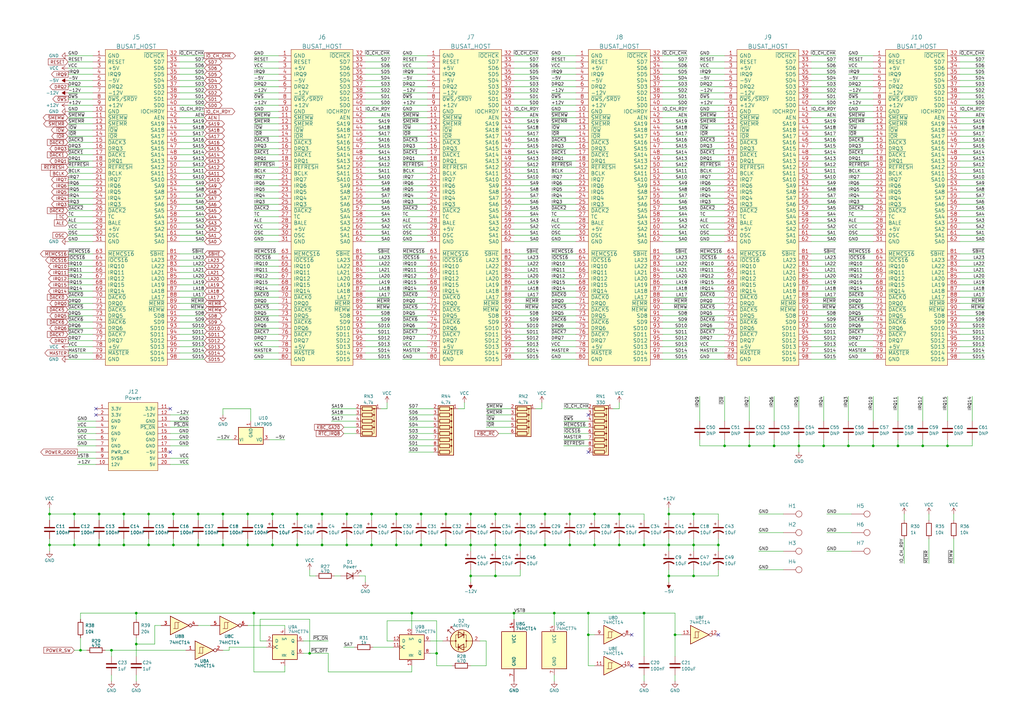
<source format=kicad_sch>
(kicad_sch (version 20211123) (generator eeschema)
  (paper "A3")
  (title_block (title "386SX Motherboard Based on SARC RC2016 Chipset") (date "2026-02-17") (rev "2.2") (company "Copyright (C) 2024-2026 Sergey Kiselev") (comment 1 "https://github.com/Marco-Both/M396F-Replika") (comment 2 "Based on the M396F motherboard replica by Marco Both:") (comment 3 "https://github.com/skiselev/mb386sx-rc2016"))
  (lib_symbols
    (symbol "74xx:74LS14" (pin_names (offset 1.016))
      (property "Reference" "U" (at 0 1.27 0))
      (property "Value" "74LS14" (at 0 -1.27 0))
      (symbol "74LS14_1_0"
        (pin input line (at -7.62 0 0) (length 3.81) (name "~") (number "1"))
        (pin output inverted (at 7.62 0 180) (length 3.81) (name "~") (number "2"))
      )
      (symbol "74LS14_2_0"
        (pin input line (at -7.62 0 0) (length 3.81) (name "~") (number "3"))
        (pin output inverted (at 7.62 0 180) (length 3.81) (name "~") (number "4"))
      )
      (symbol "74LS14_3_0"
        (pin input line (at -7.62 0 0) (length 3.81) (name "~") (number "5"))
        (pin output inverted (at 7.62 0 180) (length 3.81) (name "~") (number "6"))
      )
      (symbol "74LS14_4_0"
        (pin output inverted (at 7.62 0 180) (length 3.81) (name "~") (number "8"))
        (pin input line (at -7.62 0 0) (length 3.81) (name "~") (number "9"))
      )
      (symbol "74LS14_5_0"
        (pin output inverted (at 7.62 0 180) (length 3.81) (name "~") (number "10"))
        (pin input line (at -7.62 0 0) (length 3.81) (name "~") (number "11"))
      )
      (symbol "74LS14_6_0"
        (pin output inverted (at 7.62 0 180) (length 3.81) (name "~") (number "12"))
        (pin input line (at -7.62 0 0) (length 3.81) (name "~") (number "13"))
      )
      (symbol "74LS14_7_0"
        (pin power_in line (at 0 12.7 270) (length 5.08) (name "VCC") (number "14"))
        (pin power_in line (at 0 -12.7 90) (length 5.08) (name "GND") (number "7"))
      )
    )
    (symbol "74xx:74LS74" (pin_names (offset 1.016))
      (property "Reference" "U" (at -7.62 8.89 0))
      (property "Value" "74LS74" (at -7.62 -8.89 0))
      (symbol "74LS74_1_0"
        (pin input line (at 0 -7.62 90) (length 2.54) (name "~{R}") (number "1"))
        (pin input line (at -7.62 2.54 0) (length 2.54) (name "D") (number "2"))
        (pin input clock (at -7.62 0 0) (length 2.54) (name "C") (number "3"))
        (pin input line (at 0 7.62 270) (length 2.54) (name "~{S}") (number "4"))
        (pin output line (at 7.62 2.54 180) (length 2.54) (name "Q") (number "5"))
        (pin output line (at 7.62 -2.54 180) (length 2.54) (name "~{Q}") (number "6"))
      )
      (symbol "74LS74_2_0"
        (pin input line (at 0 7.62 270) (length 2.54) (name "~{S}") (number "10"))
        (pin input clock (at -7.62 0 0) (length 2.54) (name "C") (number "11"))
        (pin input line (at -7.62 2.54 0) (length 2.54) (name "D") (number "12"))
        (pin input line (at 0 -7.62 90) (length 2.54) (name "~{R}") (number "13"))
        (pin output line (at 7.62 -2.54 180) (length 2.54) (name "~{Q}") (number "8"))
        (pin output line (at 7.62 2.54 180) (length 2.54) (name "Q") (number "9"))
      )
      (symbol "74LS74_3_0"
        (pin power_in line (at 0 10.16 270) (length 2.54) (name "VCC") (number "14"))
        (pin power_in line (at 0 -10.16 90) (length 2.54) (name "GND") (number "7"))
      )
    )
    (symbol "Device:C" (pin_numbers hide) (pin_names (offset 0.254))
      (property "Reference" "C" (at 0.635 2.54 0))
      (property "Value" "C" (at 0.635 -2.54 0))
      (symbol "C_1_1"
        (pin passive line (at 0 3.81 270) (length 2.794) (name "~") (number "1"))
        (pin passive line (at 0 -3.81 90) (length 2.794) (name "~") (number "2"))
      )
    )
    (symbol "Device:C_Polarized_US" (pin_numbers hide) (pin_names (offset 0.254) hide)
      (property "Reference" "C" (at 0.635 2.54 0))
      (property "Value" "C_Polarized_US" (at 0.635 -2.54 0))
      (symbol "C_Polarized_US_1_1"
        (pin passive line (at 0 3.81 270) (length 2.794) (name "~") (number "1"))
        (pin passive line (at 0 -3.81 90) (length 3.302) (name "~") (number "2"))
      )
    )
    (symbol "Device:LED" (pin_numbers hide) (pin_names (offset 1.016) hide)
      (property "Reference" "D" (at 0 2.54 0))
      (property "Value" "LED" (at 0 -2.54 0))
      (symbol "LED_1_1"
        (pin passive line (at -3.81 0 0) (length 2.54) (name "K") (number "1"))
        (pin passive line (at 3.81 0 180) (length 2.54) (name "A") (number "2"))
      )
    )
    (symbol "Device:LED_Dual_Bidirectional" (pin_names (offset 0) hide)
      (property "Reference" "D" (at 0 5.715 0))
      (property "Value" "LED_Dual_Bidirectional" (at 0 -6.35 0))
      (symbol "LED_Dual_Bidirectional_1_1"
        (pin input line (at 7.62 0 180) (length 3.81) (name "KA") (number "1"))
        (pin input line (at -7.62 0 0) (length 3.048) (name "AK") (number "2"))
      )
    )
    (symbol "Device:R" (pin_numbers hide) (pin_names (offset 0))
      (property "Reference" "R" (at 2.032 0 90))
      (property "Value" "R" (at 0 0 90))
      (symbol "R_1_1"
        (pin passive line (at 0 3.81 270) (length 1.27) (name "~") (number "1"))
        (pin passive line (at 0 -3.81 90) (length 1.27) (name "~") (number "2"))
      )
    )
    (symbol "Device:R_Network05" (pin_names (offset 0) hide)
      (property "Reference" "RN" (at -7.62 0 90))
      (property "Value" "R_Network05" (at 7.62 0 90))
      (symbol "R_Network05_1_1"
        (pin passive line (at -5.08 5.08 270) (length 2.54) (name "common") (number "1"))
        (pin passive line (at -5.08 -5.08 90) (length 1.27) (name "R1") (number "2"))
        (pin passive line (at -2.54 -5.08 90) (length 1.27) (name "R2") (number "3"))
        (pin passive line (at 0 -5.08 90) (length 1.27) (name "R3") (number "4"))
        (pin passive line (at 2.54 -5.08 90) (length 1.27) (name "R4") (number "5"))
        (pin passive line (at 5.08 -5.08 90) (length 1.27) (name "R5") (number "6"))
      )
    )
    (symbol "Device:R_Network08" (pin_names (offset 0) hide)
      (property "Reference" "RN" (at -12.7 0 90))
      (property "Value" "R_Network08" (at 10.16 0 90))
      (symbol "R_Network08_1_1"
        (pin passive line (at -10.16 5.08 270) (length 2.54) (name "common") (number "1"))
        (pin passive line (at -10.16 -5.08 90) (length 1.27) (name "R1") (number "2"))
        (pin passive line (at -7.62 -5.08 90) (length 1.27) (name "R2") (number "3"))
        (pin passive line (at -5.08 -5.08 90) (length 1.27) (name "R3") (number "4"))
        (pin passive line (at -2.54 -5.08 90) (length 1.27) (name "R4") (number "5"))
        (pin passive line (at 0 -5.08 90) (length 1.27) (name "R5") (number "6"))
        (pin passive line (at 2.54 -5.08 90) (length 1.27) (name "R6") (number "7"))
        (pin passive line (at 5.08 -5.08 90) (length 1.27) (name "R7") (number "8"))
        (pin passive line (at 7.62 -5.08 90) (length 1.27) (name "R8") (number "9"))
      )
    )
    (symbol "Regulator_Linear:LM7905_TO220" (pin_names (offset 0.254))
      (property "Reference" "U" (at -3.81 -3.175 0))
      (property "Value" "LM7905_TO220" (at 0 -3.175 0))
      (symbol "LM7905_TO220_1_1"
        (pin power_in line (at 0 7.62 270) (length 2.54) (name "GND") (number "1"))
        (pin power_in line (at -7.62 0 0) (length 2.54) (name "VI") (number "2"))
        (pin power_out line (at 7.62 0 180) (length 2.54) (name "VO") (number "3"))
      )
    )
    (symbol "my_components:ATX_POWER_20" (pin_names (offset 1.016))
      (property "Reference" "J" (at -10.16 17.78 0))
      (property "Value" "ATX_POWER_20" (at -10.16 15.24 0))
      (symbol "ATX_POWER_20_1_1"
        (pin power_out line (at -15.24 11.43 0) (length 5.08) (name "3.3V") (number "1"))
        (pin power_out line (at -15.24 -11.43 0) (length 5.08) (name "12V") (number "10"))
        (pin power_in line (at 15.24 11.43 180) (length 5.08) (name "3.3V") (number "11"))
        (pin power_out line (at 15.24 8.89 180) (length 5.08) (name "-12V") (number "12"))
        (pin power_in line (at 15.24 6.35 180) (length 5.08) (name "GND") (number "13"))
        (pin input line (at 15.24 3.81 180) (length 5.08) (name "~{PS_ON}") (number "14"))
        (pin power_in line (at 15.24 1.27 180) (length 5.08) (name "GND") (number "15"))
        (pin power_in line (at 15.24 -1.27 180) (length 5.08) (name "GND") (number "16"))
        (pin power_in line (at 15.24 -3.81 180) (length 5.08) (name "GND") (number "17"))
        (pin power_out line (at 15.24 -6.35 180) (length 5.08) (name "-5V") (number "18"))
        (pin power_in line (at 15.24 -8.89 180) (length 5.08) (name "5V") (number "19"))
        (pin power_in line (at -15.24 8.89 0) (length 5.08) (name "3.3V") (number "2"))
        (pin power_in line (at 15.24 -11.43 180) (length 5.08) (name "5V") (number "20"))
        (pin power_out line (at -15.24 6.35 0) (length 5.08) (name "GND") (number "3"))
        (pin power_out line (at -15.24 3.81 0) (length 5.08) (name "5V") (number "4"))
        (pin power_in line (at -15.24 1.27 0) (length 5.08) (name "GND") (number "5"))
        (pin power_in line (at -15.24 -1.27 0) (length 5.08) (name "5V") (number "6"))
        (pin power_in line (at -15.24 -3.81 0) (length 5.08) (name "GND") (number "7"))
        (pin output line (at -15.24 -6.35 0) (length 5.08) (name "PWR_OK") (number "8"))
        (pin power_out line (at -15.24 -8.89 0) (length 5.08) (name "5VSB") (number "9"))
      )
    )
    (symbol "my_components:BUSAT_HOST" (pin_names (offset 1.016))
      (property "Reference" "BUS" (at -12.7 68.58 0))
      (property "Value" "BUSAT_HOST" (at -12.7 66.04 0))
      (symbol "BUSAT_HOST_1_1"
        (pin power_in line (at -17.78 62.23 0) (length 5.08) (name "GND") (number "1"))
        (pin power_in line (at -17.78 39.37 0) (length 5.08) (name "GND") (number "10"))
        (pin input line (at -17.78 36.83 0) (length 5.08) (name "~{SMEMW}") (number "11"))
        (pin input line (at -17.78 34.29 0) (length 5.08) (name "~{SMEMR}") (number "12"))
        (pin input line (at -17.78 31.75 0) (length 5.08) (name "~{IOW}") (number "13"))
        (pin input line (at -17.78 29.21 0) (length 5.08) (name "~{IOR}") (number "14"))
        (pin input line (at -17.78 26.67 0) (length 5.08) (name "~{DACK3}") (number "15"))
        (pin open_collector line (at -17.78 24.13 0) (length 5.08) (name "DRQ3") (number "16"))
        (pin input line (at -17.78 21.59 0) (length 5.08) (name "~{DACK1}") (number "17"))
        (pin open_collector line (at -17.78 19.05 0) (length 5.08) (name "DRQ1") (number "18"))
        (pin input line (at -17.78 16.51 0) (length 5.08) (name "~{REFRESH}") (number "19"))
        (pin input line (at -17.78 59.69 0) (length 5.08) (name "RESET") (number "2"))
        (pin input line (at -17.78 13.97 0) (length 5.08) (name "BCLK") (number "20"))
        (pin open_collector line (at -17.78 11.43 0) (length 5.08) (name "IRQ7") (number "21"))
        (pin open_collector line (at -17.78 8.89 0) (length 5.08) (name "IRQ6") (number "22"))
        (pin open_collector line (at -17.78 6.35 0) (length 5.08) (name "IRQ5") (number "23"))
        (pin open_collector line (at -17.78 3.81 0) (length 5.08) (name "IRQ4") (number "24"))
        (pin open_collector line (at -17.78 1.27 0) (length 5.08) (name "IRQ3") (number "25"))
        (pin input line (at -17.78 -1.27 0) (length 5.08) (name "~{DACK2}") (number "26"))
        (pin input line (at -17.78 -3.81 0) (length 5.08) (name "TC") (number "27"))
        (pin input line (at -17.78 -6.35 0) (length 5.08) (name "BALE") (number "28"))
        (pin power_in line (at -17.78 -8.89 0) (length 5.08) (name "+5V") (number "29"))
        (pin power_in line (at -17.78 57.15 0) (length 5.08) (name "+5V") (number "3"))
        (pin input line (at -17.78 -11.43 0) (length 5.08) (name "OSC") (number "30"))
        (pin power_in line (at -17.78 -13.97 0) (length 5.08) (name "GND") (number "31"))
        (pin open_collector line (at 17.78 62.23 180) (length 5.08) (name "~{IOCHCK}") (number "32"))
        (pin tri_state line (at 17.78 59.69 180) (length 5.08) (name "SD7") (number "33"))
        (pin tri_state line (at 17.78 57.15 180) (length 5.08) (name "SD6") (number "34"))
        (pin tri_state line (at 17.78 54.61 180) (length 5.08) (name "SD5") (number "35"))
        (pin tri_state line (at 17.78 52.07 180) (length 5.08) (name "SD4") (number "36"))
        (pin tri_state line (at 17.78 49.53 180) (length 5.08) (name "SD3") (number "37"))
        (pin tri_state line (at 17.78 46.99 180) (length 5.08) (name "SD2") (number "38"))
        (pin tri_state line (at 17.78 44.45 180) (length 5.08) (name "SD1") (number "39"))
        (pin open_collector line (at -17.78 54.61 0) (length 5.08) (name "IRQ9") (number "4"))
        (pin tri_state line (at 17.78 41.91 180) (length 5.08) (name "SD0") (number "40"))
        (pin open_collector line (at 17.78 39.37 180) (length 5.08) (name "IOCHRDY") (number "41"))
        (pin input line (at 17.78 36.83 180) (length 5.08) (name "AEN") (number "42"))
        (pin input line (at 17.78 34.29 180) (length 5.08) (name "SA19") (number "43"))
        (pin input line (at 17.78 31.75 180) (length 5.08) (name "SA18") (number "44"))
        (pin input line (at 17.78 29.21 180) (length 5.08) (name "SA17") (number "45"))
        (pin input line (at 17.78 26.67 180) (length 5.08) (name "SA16") (number "46"))
        (pin input line (at 17.78 24.13 180) (length 5.08) (name "SA15") (number "47"))
        (pin input line (at 17.78 21.59 180) (length 5.08) (name "SA14") (number "48"))
        (pin input line (at 17.78 19.05 180) (length 5.08) (name "SA13") (number "49"))
        (pin power_in line (at -17.78 52.07 0) (length 5.08) (name "-5V") (number "5"))
        (pin input line (at 17.78 16.51 180) (length 5.08) (name "SA12") (number "50"))
        (pin input line (at 17.78 13.97 180) (length 5.08) (name "SA11") (number "51"))
        (pin input line (at 17.78 11.43 180) (length 5.08) (name "SA10") (number "52"))
        (pin input line (at 17.78 8.89 180) (length 5.08) (name "SA9") (number "53"))
        (pin input line (at 17.78 6.35 180) (length 5.08) (name "SA8") (number "54"))
        (pin input line (at 17.78 3.81 180) (length 5.08) (name "SA7") (number "55"))
        (pin input line (at 17.78 1.27 180) (length 5.08) (name "SA6") (number "56"))
        (pin input line (at 17.78 -1.27 180) (length 5.08) (name "SA5") (number "57"))
        (pin input line (at 17.78 -3.81 180) (length 5.08) (name "SA4") (number "58"))
        (pin input line (at 17.78 -6.35 180) (length 5.08) (name "SA3") (number "59"))
        (pin open_collector line (at -17.78 49.53 0) (length 5.08) (name "DRQ2") (number "6"))
        (pin input line (at 17.78 -8.89 180) (length 5.08) (name "SA2") (number "60"))
        (pin input line (at 17.78 -11.43 180) (length 5.08) (name "SA1") (number "61"))
        (pin input line (at 17.78 -13.97 180) (length 5.08) (name "SA0") (number "62"))
        (pin open_collector line (at -17.78 -19.05 0) (length 5.08) (name "~{MEMCS16}") (number "63"))
        (pin open_collector line (at -17.78 -21.59 0) (length 5.08) (name "~{IOCS16}") (number "64"))
        (pin open_collector line (at -17.78 -24.13 0) (length 5.08) (name "IRQ10") (number "65"))
        (pin open_collector line (at -17.78 -26.67 0) (length 5.08) (name "IRQ11") (number "66"))
        (pin open_collector line (at -17.78 -29.21 0) (length 5.08) (name "IRQ12") (number "67"))
        (pin open_collector line (at -17.78 -31.75 0) (length 5.08) (name "IRQ15") (number "68"))
        (pin open_collector line (at -17.78 -34.29 0) (length 5.08) (name "IRQ14") (number "69"))
        (pin power_in line (at -17.78 46.99 0) (length 5.08) (name "-12V") (number "7"))
        (pin input line (at -17.78 -36.83 0) (length 5.08) (name "~{DACK0}") (number "70"))
        (pin open_collector line (at -17.78 -39.37 0) (length 5.08) (name "DRQ0") (number "71"))
        (pin input line (at -17.78 -41.91 0) (length 5.08) (name "~{DACK5}") (number "72"))
        (pin open_collector line (at -17.78 -44.45 0) (length 5.08) (name "DRQ5") (number "73"))
        (pin input line (at -17.78 -46.99 0) (length 5.08) (name "~{DACK6}") (number "74"))
        (pin open_collector line (at -17.78 -49.53 0) (length 5.08) (name "DRQ6") (number "75"))
        (pin input line (at -17.78 -52.07 0) (length 5.08) (name "~{DACK7}") (number "76"))
        (pin open_collector line (at -17.78 -54.61 0) (length 5.08) (name "DRQ7") (number "77"))
        (pin power_in line (at -17.78 -57.15 0) (length 5.08) (name "+5V") (number "78"))
        (pin open_collector line (at -17.78 -59.69 0) (length 5.08) (name "~{MASTER}") (number "79"))
        (pin open_collector line (at -17.78 44.45 0) (length 5.08) (name "~{0WS}/~{SRDY}") (number "8"))
        (pin power_in line (at -17.78 -62.23 0) (length 5.08) (name "GND") (number "80"))
        (pin open_collector line (at 17.78 -19.05 180) (length 5.08) (name "~{SBHE}") (number "81"))
        (pin input line (at 17.78 -21.59 180) (length 5.08) (name "LA23") (number "82"))
        (pin input line (at 17.78 -24.13 180) (length 5.08) (name "LA22") (number "83"))
        (pin input line (at 17.78 -26.67 180) (length 5.08) (name "LA21") (number "84"))
        (pin input line (at 17.78 -29.21 180) (length 5.08) (name "LA20") (number "85"))
        (pin input line (at 17.78 -31.75 180) (length 5.08) (name "LA19") (number "86"))
        (pin input line (at 17.78 -34.29 180) (length 5.08) (name "LA18") (number "87"))
        (pin input line (at 17.78 -36.83 180) (length 5.08) (name "LA17") (number "88"))
        (pin input line (at 17.78 -39.37 180) (length 5.08) (name "~{MEMR}") (number "89"))
        (pin power_in line (at -17.78 41.91 0) (length 5.08) (name "+12V") (number "9"))
        (pin input line (at 17.78 -41.91 180) (length 5.08) (name "~{MEMW}") (number "90"))
        (pin tri_state line (at 17.78 -44.45 180) (length 5.08) (name "SD8") (number "91"))
        (pin tri_state line (at 17.78 -46.99 180) (length 5.08) (name "SD9") (number "92"))
        (pin tri_state line (at 17.78 -49.53 180) (length 5.08) (name "SD10") (number "93"))
        (pin tri_state line (at 17.78 -52.07 180) (length 5.08) (name "SD11") (number "94"))
        (pin tri_state line (at 17.78 -54.61 180) (length 5.08) (name "SD12") (number "95"))
        (pin tri_state line (at 17.78 -57.15 180) (length 5.08) (name "SD13") (number "96"))
        (pin tri_state line (at 17.78 -59.69 180) (length 5.08) (name "SD14") (number "97"))
        (pin tri_state line (at 17.78 -62.23 180) (length 5.08) (name "SD15") (number "98"))
      )
    )
    (symbol "my_components:HOLE" (pin_numbers hide) (pin_names (offset 1.016) hide)
      (property "Reference" "HOLE" (at 2.54 0 0))
      (symbol "HOLE_1_1"
        (pin input line (at -6.35 0 0) (length 5.08) (name "~") (number "1"))
      )
    )
    (symbol "power:+12V" (power) (pin_names (offset 0))
      (property "Value" "+12V" (at 0 3.556 0))
      (symbol "+12V_1_1"
        (pin power_in line (at 0 0 90) (length 0) hide (name "+12V") (number "1"))
      )
    )
    (symbol "power:-12V" (power) (pin_names (offset 0))
      (property "Value" "-12V" (at 0 3.81 0))
      (symbol "-12V_0_0"
        (pin power_in line (at 0 0 90) (length 0) hide (name "-12V") (number "1"))
      )
    )
    (symbol "power:-5V" (power) (pin_names (offset 0))
      (property "Value" "-5V" (at 0 3.81 0))
      (symbol "-5V_0_0"
        (pin power_in line (at 0 0 90) (length 0) hide (name "-5V") (number "1"))
      )
    )
    (symbol "power:GND" (power) (pin_names (offset 0))
      (property "Value" "GND" (at 0 -3.81 0))
      (symbol "GND_1_1"
        (pin power_in line (at 0 0 270) (length 0) hide (name "GND") (number "1"))
      )
    )
    (symbol "power:VCC" (power) (pin_names (offset 0))
      (property "Value" "VCC" (at 0 3.81 0))
      (symbol "VCC_1_1"
        (pin power_in line (at 0 0 90) (length 0) hide (name "VCC") (number "1"))
      )
    )
  )
  (junction (at 121.92 210.82))
  (junction (at 297.18 182.88))
  (junction (at 40.64 210.82))
  (junction (at 20.32 223.52))
  (junction (at 60.96 223.52))
  (junction (at 104.14 251.46))
  (junction (at 182.88 210.82))
  (junction (at 254 210.82))
  (junction (at 127 267.97))
  (junction (at 274.32 236.22))
  (junction (at 50.8 223.52))
  (junction (at 168.91 251.46))
  (junction (at 388.62 182.88))
  (junction (at 55.88 251.46))
  (junction (at 241.3 260.35))
  (junction (at 368.3 182.88))
  (junction (at 227.33 251.46))
  (junction (at 30.48 223.52))
  (junction (at 55.88 264.16))
  (junction (at 358.14 182.88))
  (junction (at 121.92 223.52))
  (junction (at 50.8 210.82))
  (junction (at 142.24 223.52))
  (junction (at 241.3 251.46))
  (junction (at 203.2 210.82))
  (junction (at 327.66 182.88))
  (junction (at 210.82 251.46))
  (junction (at 162.56 210.82))
  (junction (at 40.64 223.52))
  (junction (at 213.36 223.52))
  (junction (at 111.76 210.82))
  (junction (at 294.64 223.52))
  (junction (at 81.28 210.82))
  (junction (at 71.12 210.82))
  (junction (at 337.82 182.88))
  (junction (at 172.72 223.52))
  (junction (at 243.84 223.52))
  (junction (at 203.2 223.52))
  (junction (at 284.48 223.52))
  (junction (at 223.52 210.82))
  (junction (at 274.32 223.52))
  (junction (at 378.46 182.88))
  (junction (at 284.48 210.82))
  (junction (at 91.44 210.82))
  (junction (at 60.96 210.82))
  (junction (at 276.86 260.35))
  (junction (at 243.84 210.82))
  (junction (at 254 223.52))
  (junction (at 45.72 266.7))
  (junction (at 182.88 223.52))
  (junction (at 274.32 210.82))
  (junction (at 317.5 182.88))
  (junction (at 101.6 223.52))
  (junction (at 284.48 236.22))
  (junction (at 101.6 210.82))
  (junction (at 193.04 210.82))
  (junction (at 132.08 210.82))
  (junction (at 193.04 236.22))
  (junction (at 233.68 223.52))
  (junction (at 91.44 223.52))
  (junction (at 33.02 266.7))
  (junction (at 30.48 210.82))
  (junction (at 132.08 223.52))
  (junction (at 162.56 223.52))
  (junction (at 71.12 223.52))
  (junction (at 179.07 267.97))
  (junction (at 81.28 223.52))
  (junction (at 213.36 210.82))
  (junction (at 347.98 182.88))
  (junction (at 233.68 210.82))
  (junction (at 264.16 223.52))
  (junction (at 152.4 210.82))
  (junction (at 142.24 210.82))
  (junction (at 193.04 223.52))
  (junction (at 223.52 223.52))
  (junction (at 264.16 251.46))
  (junction (at 307.34 182.88))
  (junction (at 172.72 210.82))
  (junction (at 20.32 210.82))
  (junction (at 152.4 223.52))
  (junction (at 203.2 236.22))
  (junction (at 111.76 223.52))
  (no_connect (at 294.64 260.35))
  (no_connect (at 259.08 273.05))
  (no_connect (at 259.08 260.35))
  (no_connect (at 241.3 185.42))
  (no_connect (at 39.37 167.64))
  (no_connect (at 39.37 170.18))
  (no_connect (at 69.85 167.64))
  (no_connect (at 241.3 170.18))
  (no_connect (at 69.85 185.42))
  (wire (pts (xy 114.3 124.46) (xy 104.14 124.46)))
  (wire (pts (xy 297.18 55.88) (xy 287.02 55.88)))
  (wire (pts (xy 38.1 111.76) (xy 27.94 111.76)))
  (wire (pts (xy 236.22 53.34) (xy 226.06 53.34)))
  (wire (pts (xy 276.86 260.35) (xy 276.86 269.24)))
  (wire (pts (xy 236.22 50.8) (xy 226.06 50.8)))
  (wire (pts (xy 271.78 35.56) (xy 281.94 35.56)))
  (wire (pts (xy 274.32 233.68) (xy 274.32 236.22)))
  (wire (pts (xy 50.8 220.98) (xy 50.8 223.52)))
  (wire (pts (xy 297.18 139.7) (xy 287.02 139.7)))
  (wire (pts (xy 223.52 220.98) (xy 223.52 223.52)))
  (wire (pts (xy 158.75 254.635) (xy 158.75 262.89)))
  (wire (pts (xy 156.21 167.64) (xy 158.75 167.64)))
  (wire (pts (xy 175.26 134.62) (xy 165.1 134.62)))
  (wire (pts (xy 297.18 63.5) (xy 287.02 63.5)))
  (wire (pts (xy 50.8 223.52) (xy 60.96 223.52)))
  (wire (pts (xy 132.08 210.82) (xy 132.08 213.36)))
  (wire (pts (xy 38.1 142.24) (xy 27.94 142.24)))
  (wire (pts (xy 73.66 83.82) (xy 83.82 83.82)))
  (wire (pts (xy 81.28 210.82) (xy 91.44 210.82)))
  (wire (pts (xy 210.82 91.44) (xy 220.98 91.44)))
  (wire (pts (xy 176.53 267.97) (xy 179.07 267.97)))
  (wire (pts (xy 142.24 220.98) (xy 142.24 223.52)))
  (wire (pts (xy 236.22 43.18) (xy 226.06 43.18)))
  (wire (pts (xy 175.26 129.54) (xy 165.1 129.54)))
  (wire (pts (xy 73.66 38.1) (xy 83.82 38.1)))
  (wire (pts (xy 30.48 220.98) (xy 30.48 223.52)))
  (wire (pts (xy 193.04 236.22) (xy 193.04 238.76)))
  (wire (pts (xy 149.86 40.64) (xy 160.02 40.64)))
  (wire (pts (xy 332.74 78.74) (xy 342.9 78.74)))
  (wire (pts (xy 73.66 63.5) (xy 83.82 63.5)))
  (wire (pts (xy 358.14 48.26) (xy 347.98 48.26)))
  (wire (pts (xy 393.7 45.72) (xy 403.86 45.72)))
  (wire (pts (xy 251.46 167.64) (xy 254 167.64)))
  (wire (pts (xy 71.12 220.98) (xy 71.12 223.52)))
  (wire (pts (xy 38.1 76.2) (xy 27.94 76.2)))
  (wire (pts (xy 31.75 182.88) (xy 39.37 182.88)))
  (wire (pts (xy 199.39 262.89) (xy 196.85 262.89)))
  (wire (pts (xy 114.3 111.76) (xy 104.14 111.76)))
  (wire (pts (xy 332.74 60.96) (xy 342.9 60.96)))
  (wire (pts (xy 381 210.82) (xy 381 213.36)))
  (wire (pts (xy 337.82 180.34) (xy 337.82 182.88)))
  (wire (pts (xy 332.74 63.5) (xy 342.9 63.5)))
  (wire (pts (xy 297.18 109.22) (xy 287.02 109.22)))
  (wire (pts (xy 398.78 180.34) (xy 398.78 182.88)))
  (wire (pts (xy 391.16 210.82) (xy 391.16 213.36)))
  (wire (pts (xy 219.71 167.64) (xy 222.25 167.64)))
  (wire (pts (xy 358.14 109.22) (xy 347.98 109.22)))
  (wire (pts (xy 332.74 50.8) (xy 342.9 50.8)))
  (wire (pts (xy 30.48 210.82) (xy 40.64 210.82)))
  (wire (pts (xy 210.82 27.94) (xy 220.98 27.94)))
  (wire (pts (xy 175.26 88.9) (xy 165.1 88.9)))
  (wire (pts (xy 332.74 22.86) (xy 342.9 22.86)))
  (wire (pts (xy 38.1 30.48) (xy 27.94 30.48)))
  (wire (pts (xy 38.1 147.32) (xy 27.94 147.32)))
  (wire (pts (xy 284.48 213.36) (xy 284.48 210.82)))
  (wire (pts (xy 393.7 76.2) (xy 403.86 76.2)))
  (wire (pts (xy 175.26 83.82) (xy 165.1 83.82)))
  (wire (pts (xy 149.86 139.7) (xy 160.02 139.7)))
  (wire (pts (xy 378.46 182.88) (xy 388.62 182.88)))
  (wire (pts (xy 307.34 180.34) (xy 307.34 182.88)))
  (wire (pts (xy 297.18 137.16) (xy 287.02 137.16)))
  (wire (pts (xy 38.1 83.82) (xy 27.94 83.82)))
  (wire (pts (xy 114.3 76.2) (xy 104.14 76.2)))
  (wire (pts (xy 104.14 251.46) (xy 168.91 251.46)))
  (wire (pts (xy 146.05 172.72) (xy 135.89 172.72)))
  (wire (pts (xy 332.74 96.52) (xy 342.9 96.52)))
  (wire (pts (xy 393.7 147.32) (xy 403.86 147.32)))
  (wire (pts (xy 271.78 88.9) (xy 281.94 88.9)))
  (wire (pts (xy 236.22 86.36) (xy 226.06 86.36)))
  (wire (pts (xy 210.82 144.78) (xy 220.98 144.78)))
  (wire (pts (xy 38.1 121.92) (xy 27.94 121.92)))
  (wire (pts (xy 393.7 73.66) (xy 403.86 73.66)))
  (wire (pts (xy 172.72 220.98) (xy 172.72 223.52)))
  (wire (pts (xy 182.88 210.82) (xy 193.04 210.82)))
  (wire (pts (xy 210.82 83.82) (xy 220.98 83.82)))
  (wire (pts (xy 297.18 78.74) (xy 287.02 78.74)))
  (wire (pts (xy 177.8 167.64) (xy 167.64 167.64)))
  (wire (pts (xy 209.55 172.72) (xy 199.39 172.72)))
  (wire (pts (xy 236.22 33.02) (xy 226.06 33.02)))
  (wire (pts (xy 210.82 68.58) (xy 220.98 68.58)))
  (wire (pts (xy 101.6 220.98) (xy 101.6 223.52)))
  (wire (pts (xy 203.2 223.52) (xy 213.36 223.52)))
  (wire (pts (xy 393.7 88.9) (xy 403.86 88.9)))
  (wire (pts (xy 393.7 53.34) (xy 403.86 53.34)))
  (wire (pts (xy 210.82 139.7) (xy 220.98 139.7)))
  (wire (pts (xy 332.74 137.16) (xy 342.9 137.16)))
  (wire (pts (xy 175.26 30.48) (xy 165.1 30.48)))
  (wire (pts (xy 149.86 132.08) (xy 160.02 132.08)))
  (wire (pts (xy 236.22 127) (xy 226.06 127)))
  (wire (pts (xy 93.98 266.7) (xy 91.44 266.7)))
  (wire (pts (xy 176.53 262.89) (xy 181.61 262.89)))
  (wire (pts (xy 393.7 121.92) (xy 403.86 121.92)))
  (wire (pts (xy 124.46 262.89) (xy 134.62 262.89)))
  (wire (pts (xy 271.78 96.52) (xy 281.94 96.52)))
  (wire (pts (xy 358.14 144.78) (xy 347.98 144.78)))
  (wire (pts (xy 358.14 55.88) (xy 347.98 55.88)))
  (wire (pts (xy 175.26 121.92) (xy 165.1 121.92)))
  (wire (pts (xy 213.36 213.36) (xy 213.36 210.82)))
  (wire (pts (xy 271.78 22.86) (xy 281.94 22.86)))
  (wire (pts (xy 332.74 121.92) (xy 342.9 121.92)))
  (wire (pts (xy 393.7 68.58) (xy 403.86 68.58)))
  (wire (pts (xy 271.78 40.64) (xy 281.94 40.64)))
  (wire (pts (xy 73.66 88.9) (xy 83.82 88.9)))
  (wire (pts (xy 73.66 124.46) (xy 83.82 124.46)))
  (wire (pts (xy 271.78 114.3) (xy 281.94 114.3)))
  (wire (pts (xy 31.75 185.42) (xy 39.37 185.42)))
  (wire (pts (xy 327.66 162.56) (xy 327.66 172.72)))
  (wire (pts (xy 210.82 71.12) (xy 220.98 71.12)))
  (wire (pts (xy 114.3 55.88) (xy 104.14 55.88)))
  (wire (pts (xy 38.1 144.78) (xy 27.94 144.78)))
  (wire (pts (xy 271.78 91.44) (xy 281.94 91.44)))
  (wire (pts (xy 233.68 223.52) (xy 243.84 223.52)))
  (wire (pts (xy 38.1 81.28) (xy 27.94 81.28)))
  (wire (pts (xy 243.84 223.52) (xy 254 223.52)))
  (wire (pts (xy 332.74 30.48) (xy 342.9 30.48)))
  (wire (pts (xy 31.75 187.96) (xy 39.37 187.96)))
  (wire (pts (xy 358.14 132.08) (xy 347.98 132.08)))
  (wire (pts (xy 358.14 180.34) (xy 358.14 182.88)))
  (wire (pts (xy 114.3 63.5) (xy 104.14 63.5)))
  (wire (pts (xy 149.86 22.86) (xy 160.02 22.86)))
  (wire (pts (xy 393.7 139.7) (xy 403.86 139.7)))
  (wire (pts (xy 271.78 71.12) (xy 281.94 71.12)))
  (wire (pts (xy 33.02 251.46) (xy 33.02 254)))
  (wire (pts (xy 146.05 167.64) (xy 135.89 167.64)))
  (wire (pts (xy 60.96 210.82) (xy 60.96 213.36)))
  (wire (pts (xy 254 223.52) (xy 264.16 223.52)))
  (wire (pts (xy 210.82 109.22) (xy 220.98 109.22)))
  (wire (pts (xy 203.2 236.22) (xy 213.36 236.22)))
  (wire (pts (xy 332.74 116.84) (xy 342.9 116.84)))
  (wire (pts (xy 297.18 134.62) (xy 287.02 134.62)))
  (wire (pts (xy 93.98 265.43) (xy 93.98 266.7)))
  (wire (pts (xy 73.66 66.04) (xy 83.82 66.04)))
  (wire (pts (xy 358.14 76.2) (xy 347.98 76.2)))
  (wire (pts (xy 297.18 73.66) (xy 287.02 73.66)))
  (wire (pts (xy 20.32 223.52) (xy 30.48 223.52)))
  (wire (pts (xy 175.26 53.34) (xy 165.1 53.34)))
  (wire (pts (xy 271.78 58.42) (xy 281.94 58.42)))
  (wire (pts (xy 236.22 55.88) (xy 226.06 55.88)))
  (wire (pts (xy 106.68 262.89) (xy 109.22 262.89)))
  (wire (pts (xy 210.82 43.18) (xy 220.98 43.18)))
  (wire (pts (xy 81.28 210.82) (xy 81.28 213.36)))
  (wire (pts (xy 210.82 48.26) (xy 220.98 48.26)))
  (wire (pts (xy 231.14 175.26) (xy 241.3 175.26)))
  (wire (pts (xy 393.7 60.96) (xy 403.86 60.96)))
  (wire (pts (xy 114.3 121.92) (xy 104.14 121.92)))
  (wire (pts (xy 236.22 147.32) (xy 226.06 147.32)))
  (wire (pts (xy 358.14 182.88) (xy 368.3 182.88)))
  (wire (pts (xy 73.66 73.66) (xy 83.82 73.66)))
  (wire (pts (xy 193.04 220.98) (xy 193.04 223.52)))
  (wire (pts (xy 177.8 185.42) (xy 167.64 185.42)))
  (wire (pts (xy 332.74 35.56) (xy 342.9 35.56)))
  (wire (pts (xy 175.26 147.32) (xy 165.1 147.32)))
  (wire (pts (xy 69.85 170.18) (xy 77.47 170.18)))
  (wire (pts (xy 193.04 210.82) (xy 203.2 210.82)))
  (wire (pts (xy 358.14 63.5) (xy 347.98 63.5)))
  (wire (pts (xy 60.96 210.82) (xy 71.12 210.82)))
  (wire (pts (xy 274.32 223.52) (xy 284.48 223.52)))
  (wire (pts (xy 101.6 223.52) (xy 111.76 223.52)))
  (wire (pts (xy 149.86 81.28) (xy 160.02 81.28)))
  (wire (pts (xy 210.82 81.28) (xy 220.98 81.28)))
  (wire (pts (xy 297.18 132.08) (xy 287.02 132.08)))
  (wire (pts (xy 393.7 96.52) (xy 403.86 96.52)))
  (wire (pts (xy 175.26 63.5) (xy 165.1 63.5)))
  (wire (pts (xy 393.7 33.02) (xy 403.86 33.02)))
  (wire (pts (xy 236.22 25.4) (xy 226.06 25.4)))
  (wire (pts (xy 297.18 76.2) (xy 287.02 76.2)))
  (wire (pts (xy 175.26 91.44) (xy 165.1 91.44)))
  (wire (pts (xy 271.78 147.32) (xy 281.94 147.32)))
  (wire (pts (xy 91.44 167.64) (xy 102.87 167.64)))
  (wire (pts (xy 358.14 142.24) (xy 347.98 142.24)))
  (wire (pts (xy 20.32 210.82) (xy 20.32 208.28)))
  (wire (pts (xy 297.18 66.04) (xy 287.02 66.04)))
  (wire (pts (xy 110.49 180.34) (xy 116.84 180.34)))
  (wire (pts (xy 175.26 73.66) (xy 165.1 73.66)))
  (wire (pts (xy 114.3 25.4) (xy 104.14 25.4)))
  (wire (pts (xy 73.66 43.18) (xy 83.82 43.18)))
  (wire (pts (xy 39.37 180.34) (xy 31.75 180.34)))
  (wire (pts (xy 274.32 236.22) (xy 274.32 238.76)))
  (wire (pts (xy 38.1 53.34) (xy 27.94 53.34)))
  (wire (pts (xy 213.36 226.06) (xy 213.36 223.52)))
  (wire (pts (xy 241.3 273.05) (xy 243.84 273.05)))
  (wire (pts (xy 114.3 38.1) (xy 104.14 38.1)))
  (wire (pts (xy 393.7 63.5) (xy 403.86 63.5)))
  (wire (pts (xy 114.3 99.06) (xy 104.14 99.06)))
  (wire (pts (xy 271.78 109.22) (xy 281.94 109.22)))
  (wire (pts (xy 175.26 119.38) (xy 165.1 119.38)))
  (wire (pts (xy 114.3 144.78) (xy 104.14 144.78)))
  (wire (pts (xy 271.78 134.62) (xy 281.94 134.62)))
  (wire (pts (xy 297.18 35.56) (xy 287.02 35.56)))
  (wire (pts (xy 358.14 88.9) (xy 347.98 88.9)))
  (wire (pts (xy 297.18 71.12) (xy 287.02 71.12)))
  (wire (pts (xy 175.26 114.3) (xy 165.1 114.3)))
  (wire (pts (xy 38.1 127) (xy 27.94 127)))
  (wire (pts (xy 114.3 88.9) (xy 104.14 88.9)))
  (wire (pts (xy 274.32 213.36) (xy 274.32 210.82)))
  (wire (pts (xy 358.14 33.02) (xy 347.98 33.02)))
  (wire (pts (xy 210.82 104.14) (xy 220.98 104.14)))
  (wire (pts (xy 321.31 233.68) (xy 311.15 233.68)))
  (wire (pts (xy 297.18 53.34) (xy 287.02 53.34)))
  (wire (pts (xy 358.14 68.58) (xy 347.98 68.58)))
  (wire (pts (xy 297.18 96.52) (xy 287.02 96.52)))
  (wire (pts (xy 209.55 167.64) (xy 199.39 167.64)))
  (wire (pts (xy 158.75 262.89) (xy 161.29 262.89)))
  (wire (pts (xy 38.1 43.18) (xy 27.94 43.18)))
  (wire (pts (xy 38.1 88.9) (xy 27.94 88.9)))
  (wire (pts (xy 254 165.1) (xy 254 167.64)))
  (wire (pts (xy 101.6 256.54) (xy 116.84 256.54)))
  (wire (pts (xy 149.86 121.92) (xy 160.02 121.92)))
  (wire (pts (xy 332.74 55.88) (xy 342.9 55.88)))
  (wire (pts (xy 30.48 210.82) (xy 30.48 213.36)))
  (wire (pts (xy 210.82 111.76) (xy 220.98 111.76)))
  (wire (pts (xy 127 254) (xy 106.68 254)))
  (wire (pts (xy 175.26 81.28) (xy 165.1 81.28)))
  (wire (pts (xy 332.74 76.2) (xy 342.9 76.2)))
  (wire (pts (xy 210.82 96.52) (xy 220.98 96.52)))
  (wire (pts (xy 149.86 68.58) (xy 160.02 68.58)))
  (wire (pts (xy 39.37 190.5) (xy 31.75 190.5)))
  (wire (pts (xy 38.1 91.44) (xy 27.94 91.44)))
  (wire (pts (xy 223.52 210.82) (xy 233.68 210.82)))
  (wire (pts (xy 297.18 162.56) (xy 297.18 172.72)))
  (wire (pts (xy 358.14 96.52) (xy 347.98 96.52)))
  (wire (pts (xy 271.78 38.1) (xy 281.94 38.1)))
  (wire (pts (xy 114.3 66.04) (xy 104.14 66.04)))
  (wire (pts (xy 287.02 180.34) (xy 287.02 182.88)))
  (wire (pts (xy 370.84 220.98) (xy 370.84 231.14)))
  (wire (pts (xy 332.74 43.18) (xy 342.9 43.18)))
  (wire (pts (xy 358.14 40.64) (xy 347.98 40.64)))
  (wire (pts (xy 149.86 99.06) (xy 160.02 99.06)))
  (wire (pts (xy 127 267.97) (xy 127 254)))
  (wire (pts (xy 271.78 81.28) (xy 281.94 81.28)))
  (wire (pts (xy 297.18 114.3) (xy 287.02 114.3)))
  (wire (pts (xy 111.76 223.52) (xy 121.92 223.52)))
  (wire (pts (xy 358.14 30.48) (xy 347.98 30.48)))
  (wire (pts (xy 297.18 111.76) (xy 287.02 111.76)))
  (wire (pts (xy 236.22 104.14) (xy 226.06 104.14)))
  (wire (pts (xy 175.26 71.12) (xy 165.1 71.12)))
  (wire (pts (xy 393.7 25.4) (xy 403.86 25.4)))
  (wire (pts (xy 69.85 172.72) (xy 77.47 172.72)))
  (wire (pts (xy 236.22 40.64) (xy 226.06 40.64)))
  (wire (pts (xy 358.14 27.94) (xy 347.98 27.94)))
  (wire (pts (xy 38.1 106.68) (xy 27.94 106.68)))
  (wire (pts (xy 146.05 170.18) (xy 135.89 170.18)))
  (wire (pts (xy 210.82 124.46) (xy 220.98 124.46)))
  (wire (pts (xy 40.64 223.52) (xy 50.8 223.52)))
  (wire (pts (xy 158.75 165.1) (xy 158.75 167.64)))
  (wire (pts (xy 114.3 58.42) (xy 104.14 58.42)))
  (wire (pts (xy 223.52 223.52) (xy 233.68 223.52)))
  (wire (pts (xy 134.62 275.59) (xy 168.91 275.59)))
  (wire (pts (xy 149.86 63.5) (xy 160.02 63.5)))
  (wire (pts (xy 297.18 48.26) (xy 287.02 48.26)))
  (wire (pts (xy 393.7 81.28) (xy 403.86 81.28)))
  (wire (pts (xy 358.14 129.54) (xy 347.98 129.54)))
  (wire (pts (xy 38.1 35.56) (xy 27.94 35.56)))
  (wire (pts (xy 73.66 76.2) (xy 83.82 76.2)))
  (wire (pts (xy 332.74 88.9) (xy 342.9 88.9)))
  (wire (pts (xy 203.2 233.68) (xy 203.2 236.22)))
  (wire (pts (xy 199.39 273.05) (xy 199.39 262.89)))
  (wire (pts (xy 81.28 223.52) (xy 91.44 223.52)))
  (wire (pts (xy 210.82 25.4) (xy 220.98 25.4)))
  (wire (pts (xy 210.82 22.86) (xy 220.98 22.86)))
  (wire (pts (xy 175.26 124.46) (xy 165.1 124.46)))
  (wire (pts (xy 222.25 165.1) (xy 222.25 167.64)))
  (wire (pts (xy 274.32 223.52) (xy 274.32 226.06)))
  (wire (pts (xy 393.7 93.98) (xy 403.86 93.98)))
  (wire (pts (xy 393.7 30.48) (xy 403.86 30.48)))
  (wire (pts (xy 236.22 76.2) (xy 226.06 76.2)))
  (wire (pts (xy 236.22 81.28) (xy 226.06 81.28)))
  (wire (pts (xy 210.82 251.46) (xy 227.33 251.46)))
  (wire (pts (xy 38.1 55.88) (xy 27.94 55.88)))
  (wire (pts (xy 55.88 264.16) (xy 63.5 264.16)))
  (wire (pts (xy 149.86 144.78) (xy 160.02 144.78)))
  (wire (pts (xy 297.18 60.96) (xy 287.02 60.96)))
  (wire (pts (xy 287.02 182.88) (xy 297.18 182.88)))
  (wire (pts (xy 210.82 53.34) (xy 220.98 53.34)))
  (wire (pts (xy 55.88 251.46) (xy 104.14 251.46)))
  (wire (pts (xy 393.7 40.64) (xy 403.86 40.64)))
  (wire (pts (xy 358.14 119.38) (xy 347.98 119.38)))
  (wire (pts (xy 271.78 78.74) (xy 281.94 78.74)))
  (wire (pts (xy 114.3 114.3) (xy 104.14 114.3)))
  (wire (pts (xy 210.82 114.3) (xy 220.98 114.3)))
  (wire (pts (xy 284.48 210.82) (xy 294.64 210.82)))
  (wire (pts (xy 236.22 60.96) (xy 226.06 60.96)))
  (wire (pts (xy 332.74 68.58) (xy 342.9 68.58)))
  (wire (pts (xy 114.3 30.48) (xy 104.14 30.48)))
  (wire (pts (xy 149.86 111.76) (xy 160.02 111.76)))
  (wire (pts (xy 210.82 127) (xy 220.98 127)))
  (wire (pts (xy 38.1 60.96) (xy 27.94 60.96)))
  (wire (pts (xy 236.22 73.66) (xy 226.06 73.66)))
  (wire (pts (xy 149.86 147.32) (xy 160.02 147.32)))
  (wire (pts (xy 236.22 121.92) (xy 226.06 121.92)))
  (wire (pts (xy 393.7 91.44) (xy 403.86 91.44)))
  (wire (pts (xy 297.18 45.72) (xy 287.02 45.72)))
  (wire (pts (xy 38.1 33.02) (xy 27.94 33.02)))
  (wire (pts (xy 149.86 134.62) (xy 160.02 134.62)))
  (wire (pts (xy 297.18 144.78) (xy 287.02 144.78)))
  (wire (pts (xy 332.74 127) (xy 342.9 127)))
  (wire (pts (xy 63.5 256.54) (xy 66.04 256.54)))
  (wire (pts (xy 358.14 78.74) (xy 347.98 78.74)))
  (wire (pts (xy 73.66 104.14) (xy 83.82 104.14)))
  (wire (pts (xy 55.88 251.46) (xy 55.88 254)))
  (wire (pts (xy 271.78 68.58) (xy 281.94 68.58)))
  (wire (pts (xy 264.16 251.46) (xy 276.86 251.46)))
  (wire (pts (xy 297.18 129.54) (xy 287.02 129.54)))
  (wire (pts (xy 140.97 175.26) (xy 146.05 175.26)))
  (wire (pts (xy 38.1 139.7) (xy 27.94 139.7)))
  (wire (pts (xy 321.31 226.06) (xy 311.15 226.06)))
  (wire (pts (xy 149.86 60.96) (xy 160.02 60.96)))
  (wire (pts (xy 73.66 93.98) (xy 83.82 93.98)))
  (wire (pts (xy 149.86 50.8) (xy 160.02 50.8)))
  (wire (pts (xy 347.98 162.56) (xy 347.98 172.72)))
  (wire (pts (xy 38.1 40.64) (xy 27.94 40.64)))
  (wire (pts (xy 73.66 134.62) (xy 83.82 134.62)))
  (wire (pts (xy 114.3 106.68) (xy 104.14 106.68)))
  (wire (pts (xy 179.07 273.05) (xy 185.42 273.05)))
  (wire (pts (xy 177.8 172.72) (xy 167.64 172.72)))
  (wire (pts (xy 393.7 27.94) (xy 403.86 27.94)))
  (wire (pts (xy 271.78 83.82) (xy 281.94 83.82)))
  (wire (pts (xy 271.78 33.02) (xy 281.94 33.02)))
  (wire (pts (xy 271.78 144.78) (xy 281.94 144.78)))
  (wire (pts (xy 149.86 119.38) (xy 160.02 119.38)))
  (wire (pts (xy 175.26 139.7) (xy 165.1 139.7)))
  (wire (pts (xy 73.66 30.48) (xy 83.82 30.48)))
  (wire (pts (xy 193.04 236.22) (xy 203.2 236.22)))
  (wire (pts (xy 284.48 223.52) (xy 284.48 226.06)))
  (wire (pts (xy 393.7 22.86) (xy 403.86 22.86)))
  (wire (pts (xy 60.96 223.52) (xy 71.12 223.52)))
  (wire (pts (xy 38.1 66.04) (xy 27.94 66.04)))
  (wire (pts (xy 39.37 175.26) (xy 31.75 175.26)))
  (wire (pts (xy 271.78 63.5) (xy 281.94 63.5)))
  (wire (pts (xy 393.7 127) (xy 403.86 127)))
  (wire (pts (xy 271.78 86.36) (xy 281.94 86.36)))
  (wire (pts (xy 63.5 264.16) (xy 63.5 256.54)))
  (wire (pts (xy 168.91 273.05) (xy 168.91 275.59)))
  (wire (pts (xy 284.48 236.22) (xy 294.64 236.22)))
  (wire (pts (xy 73.66 142.24) (xy 83.82 142.24)))
  (wire (pts (xy 137.16 236.22) (xy 139.7 236.22)))
  (wire (pts (xy 393.7 104.14) (xy 403.86 104.14)))
  (wire (pts (xy 393.7 129.54) (xy 403.86 129.54)))
  (wire (pts (xy 393.7 144.78) (xy 403.86 144.78)))
  (wire (pts (xy 132.08 220.98) (xy 132.08 223.52)))
  (wire (pts (xy 271.78 30.48) (xy 281.94 30.48)))
  (wire (pts (xy 332.74 45.72) (xy 342.9 45.72)))
  (wire (pts (xy 297.18 91.44) (xy 287.02 91.44)))
  (wire (pts (xy 149.86 109.22) (xy 160.02 109.22)))
  (wire (pts (xy 134.62 267.97) (xy 134.62 275.59)))
  (wire (pts (xy 332.74 38.1) (xy 342.9 38.1)))
  (wire (pts (xy 121.92 220.98) (xy 121.92 223.52)))
  (wire (pts (xy 210.82 45.72) (xy 220.98 45.72)))
  (wire (pts (xy 175.26 76.2) (xy 165.1 76.2)))
  (wire (pts (xy 149.86 33.02) (xy 160.02 33.02)))
  (wire (pts (xy 55.88 276.86) (xy 55.88 279.4)))
  (wire (pts (xy 284.48 220.98) (xy 284.48 223.52)))
  (wire (pts (xy 231.14 182.88) (xy 241.3 182.88)))
  (wire (pts (xy 297.18 38.1) (xy 287.02 38.1)))
  (wire (pts (xy 182.88 223.52) (xy 193.04 223.52)))
  (wire (pts (xy 332.74 27.94) (xy 342.9 27.94)))
  (wire (pts (xy 271.78 99.06) (xy 281.94 99.06)))
  (wire (pts (xy 236.22 63.5) (xy 226.06 63.5)))
  (wire (pts (xy 153.035 265.43) (xy 161.29 265.43)))
  (wire (pts (xy 271.78 111.76) (xy 281.94 111.76)))
  (wire (pts (xy 114.3 142.24) (xy 104.14 142.24)))
  (wire (pts (xy 73.66 127) (xy 83.82 127)))
  (wire (pts (xy 38.1 86.36) (xy 27.94 86.36)))
  (wire (pts (xy 358.14 134.62) (xy 347.98 134.62)))
  (wire (pts (xy 332.74 73.66) (xy 342.9 73.66)))
  (wire (pts (xy 121.92 223.52) (xy 132.08 223.52)))
  (wire (pts (xy 114.3 137.16) (xy 104.14 137.16)))
  (wire (pts (xy 114.3 86.36) (xy 104.14 86.36)))
  (wire (pts (xy 91.44 167.64) (xy 91.44 170.18)))
  (wire (pts (xy 152.4 210.82) (xy 162.56 210.82)))
  (wire (pts (xy 114.3 96.52) (xy 104.14 96.52)))
  (wire (pts (xy 114.3 45.72) (xy 104.14 45.72)))
  (wire (pts (xy 213.36 233.68) (xy 213.36 236.22)))
  (wire (pts (xy 297.18 68.58) (xy 287.02 68.58)))
  (wire (pts (xy 332.74 48.26) (xy 342.9 48.26)))
  (wire (pts (xy 38.1 119.38) (xy 27.94 119.38)))
  (wire (pts (xy 393.7 43.18) (xy 403.86 43.18)))
  (wire (pts (xy 297.18 30.48) (xy 287.02 30.48)))
  (wire (pts (xy 38.1 116.84) (xy 27.94 116.84)))
  (wire (pts (xy 73.66 147.32) (xy 83.82 147.32)))
  (wire (pts (xy 332.74 109.22) (xy 342.9 109.22)))
  (wire (pts (xy 370.84 210.82) (xy 370.84 213.36)))
  (wire (pts (xy 388.62 180.34) (xy 388.62 182.88)))
  (wire (pts (xy 38.1 114.3) (xy 27.94 114.3)))
  (wire (pts (xy 332.74 83.82) (xy 342.9 83.82)))
  (wire (pts (xy 73.66 48.26) (xy 83.82 48.26)))
  (wire (pts (xy 50.8 210.82) (xy 60.96 210.82)))
  (wire (pts (xy 73.66 116.84) (xy 83.82 116.84)))
  (wire (pts (xy 38.1 93.98) (xy 27.94 93.98)))
  (wire (pts (xy 393.7 35.56) (xy 403.86 35.56)))
  (wire (pts (xy 116.84 256.54) (xy 116.84 257.81)))
  (wire (pts (xy 45.72 276.86) (xy 45.72 279.4)))
  (wire (pts (xy 393.7 137.16) (xy 403.86 137.16)))
  (wire (pts (xy 236.22 132.08) (xy 226.06 132.08)))
  (wire (pts (xy 114.3 43.18) (xy 104.14 43.18)))
  (wire (pts (xy 368.3 182.88) (xy 378.46 182.88)))
  (wire (pts (xy 179.07 267.97) (xy 179.07 254.635)))
  (wire (pts (xy 393.7 99.06) (xy 403.86 99.06)))
  (wire (pts (xy 203.2 210.82) (xy 203.2 213.36)))
  (wire (pts (xy 106.68 254) (xy 106.68 262.89)))
  (wire (pts (xy 20.32 220.98) (xy 20.32 223.52)))
  (wire (pts (xy 147.32 236.22) (xy 149.86 236.22)))
  (wire (pts (xy 210.82 119.38) (xy 220.98 119.38)))
  (wire (pts (xy 91.44 223.52) (xy 101.6 223.52)))
  (wire (pts (xy 175.26 68.58) (xy 165.1 68.58)))
  (wire (pts (xy 149.86 114.3) (xy 160.02 114.3)))
  (wire (pts (xy 271.78 66.04) (xy 281.94 66.04)))
  (wire (pts (xy 38.1 129.54) (xy 27.94 129.54)))
  (wire (pts (xy 73.66 33.02) (xy 83.82 33.02)))
  (wire (pts (xy 297.18 119.38) (xy 287.02 119.38)))
  (wire (pts (xy 213.36 220.98) (xy 213.36 223.52)))
  (wire (pts (xy 236.22 30.48) (xy 226.06 30.48)))
  (wire (pts (xy 142.24 210.82) (xy 152.4 210.82)))
  (wire (pts (xy 358.14 106.68) (xy 347.98 106.68)))
  (wire (pts (xy 264.16 220.98) (xy 264.16 223.52)))
  (wire (pts (xy 297.18 27.94) (xy 287.02 27.94)))
  (wire (pts (xy 271.78 142.24) (xy 281.94 142.24)))
  (wire (pts (xy 91.44 220.98) (xy 91.44 223.52)))
  (wire (pts (xy 177.8 170.18) (xy 167.64 170.18)))
  (wire (pts (xy 38.1 38.1) (xy 27.94 38.1)))
  (wire (pts (xy 358.14 25.4) (xy 347.98 25.4)))
  (wire (pts (xy 210.82 106.68) (xy 220.98 106.68)))
  (wire (pts (xy 38.1 73.66) (xy 27.94 73.66)))
  (wire (pts (xy 294.64 223.52) (xy 294.64 226.06)))
  (wire (pts (xy 40.64 210.82) (xy 50.8 210.82)))
  (wire (pts (xy 168.91 251.46) (xy 210.82 251.46)))
  (wire (pts (xy 210.82 142.24) (xy 220.98 142.24)))
  (wire (pts (xy 358.14 45.72) (xy 347.98 45.72)))
  (wire (pts (xy 284.48 210.82) (xy 274.32 210.82)))
  (wire (pts (xy 38.1 71.12) (xy 27.94 71.12)))
  (wire (pts (xy 274.32 236.22) (xy 284.48 236.22)))
  (wire (pts (xy 271.78 53.34) (xy 281.94 53.34)))
  (wire (pts (xy 236.22 35.56) (xy 226.06 35.56)))
  (wire (pts (xy 393.7 58.42) (xy 403.86 58.42)))
  (wire (pts (xy 193.04 223.52) (xy 203.2 223.52)))
  (wire (pts (xy 175.26 50.8) (xy 165.1 50.8)))
  (wire (pts (xy 73.66 96.52) (xy 83.82 96.52)))
  (wire (pts (xy 254 210.82) (xy 264.16 210.82)))
  (wire (pts (xy 114.3 53.34) (xy 104.14 53.34)))
  (wire (pts (xy 175.26 137.16) (xy 165.1 137.16)))
  (wire (pts (xy 271.78 43.18) (xy 281.94 43.18)))
  (wire (pts (xy 114.3 104.14) (xy 104.14 104.14)))
  (wire (pts (xy 332.74 144.78) (xy 342.9 144.78)))
  (wire (pts (xy 358.14 71.12) (xy 347.98 71.12)))
  (wire (pts (xy 254 220.98) (xy 254 223.52)))
  (wire (pts (xy 149.86 35.56) (xy 160.02 35.56)))
  (wire (pts (xy 210.82 73.66) (xy 220.98 73.66)))
  (wire (pts (xy 391.16 220.98) (xy 391.16 231.14)))
  (wire (pts (xy 73.66 144.78) (xy 83.82 144.78)))
  (wire (pts (xy 149.86 93.98) (xy 160.02 93.98)))
  (wire (pts (xy 114.3 48.26) (xy 104.14 48.26)))
  (wire (pts (xy 175.26 55.88) (xy 165.1 55.88)))
  (wire (pts (xy 149.86 27.94) (xy 160.02 27.94)))
  (wire (pts (xy 317.5 180.34) (xy 317.5 182.88)))
  (wire (pts (xy 114.3 109.22) (xy 104.14 109.22)))
  (wire (pts (xy 393.7 38.1) (xy 403.86 38.1)))
  (wire (pts (xy 332.74 81.28) (xy 342.9 81.28)))
  (wire (pts (xy 114.3 78.74) (xy 104.14 78.74)))
  (wire (pts (xy 297.18 43.18) (xy 287.02 43.18)))
  (wire (pts (xy 393.7 111.76) (xy 403.86 111.76)))
  (wire (pts (xy 81.28 220.98) (xy 81.28 223.52)))
  (wire (pts (xy 175.26 33.02) (xy 165.1 33.02)))
  (wire (pts (xy 210.82 33.02) (xy 220.98 33.02)))
  (wire (pts (xy 149.86 104.14) (xy 160.02 104.14)))
  (wire (pts (xy 149.86 88.9) (xy 160.02 88.9)))
  (wire (pts (xy 149.86 30.48) (xy 160.02 30.48)))
  (wire (pts (xy 149.86 25.4) (xy 160.02 25.4)))
  (wire (pts (xy 175.26 38.1) (xy 165.1 38.1)))
  (wire (pts (xy 210.82 35.56) (xy 220.98 35.56)))
  (wire (pts (xy 347.98 180.34) (xy 347.98 182.88)))
  (wire (pts (xy 271.78 119.38) (xy 281.94 119.38)))
  (wire (pts (xy 38.1 137.16) (xy 27.94 137.16)))
  (wire (pts (xy 73.66 58.42) (xy 83.82 58.42)))
  (wire (pts (xy 73.66 119.38) (xy 83.82 119.38)))
  (wire (pts (xy 321.31 218.44) (xy 311.15 218.44)))
  (wire (pts (xy 114.3 93.98) (xy 104.14 93.98)))
  (wire (pts (xy 102.87 167.64) (xy 102.87 172.72)))
  (wire (pts (xy 358.14 124.46) (xy 347.98 124.46)))
  (wire (pts (xy 264.16 223.52) (xy 274.32 223.52)))
  (wire (pts (xy 40.64 210.82) (xy 40.64 213.36)))
  (wire (pts (xy 358.14 114.3) (xy 347.98 114.3)))
  (wire (pts (xy 213.36 223.52) (xy 223.52 223.52)))
  (wire (pts (xy 297.18 182.88) (xy 307.34 182.88)))
  (wire (pts (xy 73.66 139.7) (xy 83.82 139.7)))
  (wire (pts (xy 393.7 132.08) (xy 403.86 132.08)))
  (wire (pts (xy 104.14 251.46) (xy 104.14 275.59)))
  (wire (pts (xy 162.56 210.82) (xy 172.72 210.82)))
  (wire (pts (xy 193.04 213.36) (xy 193.04 210.82)))
  (wire (pts (xy 175.26 142.24) (xy 165.1 142.24)))
  (wire (pts (xy 332.74 119.38) (xy 342.9 119.38)))
  (wire (pts (xy 271.78 45.72) (xy 281.94 45.72)))
  (wire (pts (xy 332.74 71.12) (xy 342.9 71.12)))
  (wire (pts (xy 276.86 251.46) (xy 276.86 260.35)))
  (wire (pts (xy 81.28 256.54) (xy 86.36 256.54)))
  (wire (pts (xy 378.46 162.56) (xy 378.46 172.72)))
  (wire (pts (xy 172.72 223.52) (xy 182.88 223.52)))
  (wire (pts (xy 287.02 162.56) (xy 287.02 172.72)))
  (wire (pts (xy 111.76 210.82) (xy 121.92 210.82)))
  (wire (pts (xy 321.31 210.82) (xy 311.15 210.82)))
  (wire (pts (xy 358.14 83.82) (xy 347.98 83.82)))
  (wire (pts (xy 175.26 116.84) (xy 165.1 116.84)))
  (wire (pts (xy 210.82 254) (xy 210.82 251.46)))
  (wire (pts (xy 297.18 127) (xy 287.02 127)))
  (wire (pts (xy 332.74 58.42) (xy 342.9 58.42)))
  (wire (pts (xy 149.86 58.42) (xy 160.02 58.42)))
  (wire (pts (xy 69.85 190.5) (xy 77.47 190.5)))
  (wire (pts (xy 271.78 132.08) (xy 281.94 132.08)))
  (wire (pts (xy 231.14 172.72) (xy 241.3 172.72)))
  (wire (pts (xy 73.66 137.16) (xy 83.82 137.16)))
  (wire (pts (xy 175.26 66.04) (xy 165.1 66.04)))
  (wire (pts (xy 114.3 147.32) (xy 104.14 147.32)))
  (wire (pts (xy 210.82 93.98) (xy 220.98 93.98)))
  (wire (pts (xy 332.74 129.54) (xy 342.9 129.54)))
  (wire (pts (xy 149.86 106.68) (xy 160.02 106.68)))
  (wire (pts (xy 271.78 48.26) (xy 281.94 48.26)))
  (wire (pts (xy 349.25 210.82) (xy 339.09 210.82)))
  (wire (pts (xy 271.78 127) (xy 281.94 127)))
  (wire (pts (xy 393.7 124.46) (xy 403.86 124.46)))
  (wire (pts (xy 236.22 38.1) (xy 226.06 38.1)))
  (wire (pts (xy 236.22 114.3) (xy 226.06 114.3)))
  (wire (pts (xy 73.66 78.74) (xy 83.82 78.74)))
  (wire (pts (xy 271.78 27.94) (xy 281.94 27.94)))
  (wire (pts (xy 114.3 50.8) (xy 104.14 50.8)))
  (wire (pts (xy 236.22 106.68) (xy 226.06 106.68)))
  (wire (pts (xy 236.22 71.12) (xy 226.06 71.12)))
  (wire (pts (xy 175.26 60.96) (xy 165.1 60.96)))
  (wire (pts (xy 332.74 91.44) (xy 342.9 91.44)))
  (wire (pts (xy 73.66 106.68) (xy 83.82 106.68)))
  (wire (pts (xy 114.3 73.66) (xy 104.14 73.66)))
  (wire (pts (xy 271.78 139.7) (xy 281.94 139.7)))
  (wire (pts (xy 297.18 33.02) (xy 287.02 33.02)))
  (wire (pts (xy 210.82 63.5) (xy 220.98 63.5)))
  (wire (pts (xy 175.26 132.08) (xy 165.1 132.08)))
  (wire (pts (xy 73.66 132.08) (xy 83.82 132.08)))
  (wire (pts (xy 393.7 55.88) (xy 403.86 55.88)))
  (wire (pts (xy 209.55 170.18) (xy 199.39 170.18)))
  (wire (pts (xy 20.32 210.82) (xy 30.48 210.82)))
  (wire (pts (xy 114.3 27.94) (xy 104.14 27.94)))
  (wire (pts (xy 327.66 182.88) (xy 327.66 185.42)))
  (wire (pts (xy 332.74 139.7) (xy 342.9 139.7)))
  (wire (pts (xy 271.78 73.66) (xy 281.94 73.66)))
  (wire (pts (xy 149.86 83.82) (xy 160.02 83.82)))
  (wire (pts (xy 358.14 162.56) (xy 358.14 172.72)))
  (wire (pts (xy 38.1 27.94) (xy 27.94 27.94)))
  (wire (pts (xy 264.16 210.82) (xy 264.16 213.36)))
  (wire (pts (xy 152.4 223.52) (xy 152.4 220.98)))
  (wire (pts (xy 38.1 63.5) (xy 27.94 63.5)))
  (wire (pts (xy 236.22 134.62) (xy 226.06 134.62)))
  (wire (pts (xy 114.3 71.12) (xy 104.14 71.12)))
  (wire (pts (xy 271.78 25.4) (xy 281.94 25.4)))
  (wire (pts (xy 210.82 129.54) (xy 220.98 129.54)))
  (wire (pts (xy 236.22 96.52) (xy 226.06 96.52)))
  (wire (pts (xy 38.1 134.62) (xy 27.94 134.62)))
  (wire (pts (xy 297.18 88.9) (xy 287.02 88.9)))
  (wire (pts (xy 388.62 182.88) (xy 398.78 182.88)))
  (wire (pts (xy 236.22 88.9) (xy 226.06 88.9)))
  (wire (pts (xy 274.32 220.98) (xy 274.32 223.52)))
  (wire (pts (xy 358.14 116.84) (xy 347.98 116.84)))
  (wire (pts (xy 393.7 71.12) (xy 403.86 71.12)))
  (wire (pts (xy 236.22 119.38) (xy 226.06 119.38)))
  (wire (pts (xy 297.18 50.8) (xy 287.02 50.8)))
  (wire (pts (xy 114.3 129.54) (xy 104.14 129.54)))
  (wire (pts (xy 177.8 177.8) (xy 167.64 177.8)))
  (wire (pts (xy 175.26 25.4) (xy 165.1 25.4)))
  (wire (pts (xy 358.14 137.16) (xy 347.98 137.16)))
  (wire (pts (xy 241.3 260.35) (xy 243.84 260.35)))
  (wire (pts (xy 236.22 22.86) (xy 226.06 22.86)))
  (wire (pts (xy 114.3 35.56) (xy 104.14 35.56)))
  (wire (pts (xy 243.84 210.82) (xy 254 210.82)))
  (wire (pts (xy 149.86 48.26) (xy 160.02 48.26)))
  (wire (pts (xy 271.78 104.14) (xy 281.94 104.14)))
  (wire (pts (xy 241.3 251.46) (xy 241.3 260.35)))
  (wire (pts (xy 38.1 104.14) (xy 27.94 104.14)))
  (wire (pts (xy 149.86 124.46) (xy 160.02 124.46)))
  (wire (pts (xy 114.3 134.62) (xy 104.14 134.62)))
  (wire (pts (xy 297.18 104.14) (xy 287.02 104.14)))
  (wire (pts (xy 73.66 129.54) (xy 83.82 129.54)))
  (wire (pts (xy 210.82 58.42) (xy 220.98 58.42)))
  (wire (pts (xy 332.74 40.64) (xy 342.9 40.64)))
  (wire (pts (xy 124.46 267.97) (xy 127 267.97)))
  (wire (pts (xy 127 267.97) (xy 134.62 267.97)))
  (wire (pts (xy 33.02 251.46) (xy 55.88 251.46)))
  (wire (pts (xy 91.44 210.82) (xy 101.6 210.82)))
  (wire (pts (xy 378.46 180.34) (xy 378.46 182.88)))
  (wire (pts (xy 38.1 22.86) (xy 27.94 22.86)))
  (wire (pts (xy 73.66 53.34) (xy 83.82 53.34)))
  (wire (pts (xy 297.18 99.06) (xy 287.02 99.06)))
  (wire (pts (xy 210.82 30.48) (xy 220.98 30.48)))
  (wire (pts (xy 73.66 25.4) (xy 83.82 25.4)))
  (wire (pts (xy 210.82 86.36) (xy 220.98 86.36)))
  (wire (pts (xy 210.82 66.04) (xy 220.98 66.04)))
  (wire (pts (xy 190.5 165.1) (xy 190.5 167.64)))
  (wire (pts (xy 284.48 223.52) (xy 294.64 223.52)))
  (wire (pts (xy 114.3 22.86) (xy 104.14 22.86)))
  (wire (pts (xy 358.14 99.06) (xy 347.98 99.06)))
  (wire (pts (xy 231.14 167.64) (xy 241.3 167.64)))
  (wire (pts (xy 236.22 99.06) (xy 226.06 99.06)))
  (wire (pts (xy 45.72 266.7) (xy 45.72 269.24)))
  (wire (pts (xy 203.2 210.82) (xy 213.36 210.82)))
  (wire (pts (xy 332.74 132.08) (xy 342.9 132.08)))
  (wire (pts (xy 271.78 60.96) (xy 281.94 60.96)))
  (wire (pts (xy 332.74 124.46) (xy 342.9 124.46)))
  (wire (pts (xy 210.82 88.9) (xy 220.98 88.9)))
  (wire (pts (xy 358.14 91.44) (xy 347.98 91.44)))
  (wire (pts (xy 317.5 162.56) (xy 317.5 172.72)))
  (wire (pts (xy 227.33 251.46) (xy 227.33 256.54)))
  (wire (pts (xy 297.18 58.42) (xy 287.02 58.42)))
  (wire (pts (xy 149.86 55.88) (xy 160.02 55.88)))
  (wire (pts (xy 175.26 144.78) (xy 165.1 144.78)))
  (wire (pts (xy 73.66 60.96) (xy 83.82 60.96)))
  (wire (pts (xy 73.66 71.12) (xy 83.82 71.12)))
  (wire (pts (xy 175.26 45.72) (xy 165.1 45.72)))
  (wire (pts (xy 332.74 134.62) (xy 342.9 134.62)))
  (wire (pts (xy 149.86 137.16) (xy 160.02 137.16)))
  (wire (pts (xy 71.12 223.52) (xy 81.28 223.52)))
  (wire (pts (xy 73.66 45.72) (xy 83.82 45.72)))
  (wire (pts (xy 69.85 175.26) (xy 77.47 175.26)))
  (wire (pts (xy 149.86 38.1) (xy 160.02 38.1)))
  (wire (pts (xy 73.66 35.56) (xy 83.82 35.56)))
  (wire (pts (xy 73.66 121.92) (xy 83.82 121.92)))
  (wire (pts (xy 213.36 210.82) (xy 223.52 210.82)))
  (wire (pts (xy 175.26 48.26) (xy 165.1 48.26)))
  (wire (pts (xy 38.1 48.26) (xy 27.94 48.26)))
  (wire (pts (xy 271.78 50.8) (xy 281.94 50.8)))
  (wire (pts (xy 236.22 68.58) (xy 226.06 68.58)))
  (wire (pts (xy 114.3 33.02) (xy 104.14 33.02)))
  (wire (pts (xy 132.08 223.52) (xy 142.24 223.52)))
  (wire (pts (xy 109.22 265.43) (xy 93.98 265.43)))
  (wire (pts (xy 254 210.82) (xy 254 213.36)))
  (wire (pts (xy 210.82 121.92) (xy 220.98 121.92)))
  (wire (pts (xy 149.86 116.84) (xy 160.02 116.84)))
  (wire (pts (xy 69.85 182.88) (xy 77.47 182.88)))
  (wire (pts (xy 393.7 66.04) (xy 403.86 66.04)))
  (wire (pts (xy 149.86 76.2) (xy 160.02 76.2)))
  (wire (pts (xy 210.82 60.96) (xy 220.98 60.96)))
  (wire (pts (xy 236.22 144.78) (xy 226.06 144.78)))
  (wire (pts (xy 393.7 114.3) (xy 403.86 114.3)))
  (wire (pts (xy 236.22 91.44) (xy 226.06 91.44)))
  (wire (pts (xy 38.1 78.74) (xy 27.94 78.74)))
  (wire (pts (xy 162.56 223.52) (xy 152.4 223.52)))
  (wire (pts (xy 231.14 180.34) (xy 241.3 180.34)))
  (wire (pts (xy 175.26 86.36) (xy 165.1 86.36)))
  (wire (pts (xy 236.22 78.74) (xy 226.06 78.74)))
  (wire (pts (xy 297.18 81.28) (xy 287.02 81.28)))
  (wire (pts (xy 358.14 104.14) (xy 347.98 104.14)))
  (wire (pts (xy 33.02 261.62) (xy 33.02 266.7)))
  (wire (pts (xy 210.82 134.62) (xy 220.98 134.62)))
  (wire (pts (xy 38.1 132.08) (xy 27.94 132.08)))
  (wire (pts (xy 358.14 66.04) (xy 347.98 66.04)))
  (wire (pts (xy 162.56 210.82) (xy 162.56 213.36)))
  (wire (pts (xy 332.74 106.68) (xy 342.9 106.68)))
  (wire (pts (xy 358.14 139.7) (xy 347.98 139.7)))
  (wire (pts (xy 297.18 142.24) (xy 287.02 142.24)))
  (wire (pts (xy 236.22 58.42) (xy 226.06 58.42)))
  (wire (pts (xy 114.3 91.44) (xy 104.14 91.44)))
  (wire (pts (xy 193.04 273.05) (xy 199.39 273.05)))
  (wire (pts (xy 358.14 147.32) (xy 347.98 147.32)))
  (wire (pts (xy 129.54 236.22) (xy 127 236.22)))
  (wire (pts (xy 33.02 266.7) (xy 35.56 266.7)))
  (wire (pts (xy 381 220.98) (xy 381 231.14)))
  (wire (pts (xy 393.7 134.62) (xy 403.86 134.62)))
  (wire (pts (xy 73.66 81.28) (xy 83.82 81.28)))
  (wire (pts (xy 274.32 210.82) (xy 274.32 208.28)))
  (wire (pts (xy 203.2 220.98) (xy 203.2 223.52)))
  (wire (pts (xy 271.78 76.2) (xy 281.94 76.2)))
  (wire (pts (xy 114.3 139.7) (xy 104.14 139.7)))
  (wire (pts (xy 358.14 60.96) (xy 347.98 60.96)))
  (wire (pts (xy 111.76 210.82) (xy 111.76 213.36)))
  (wire (pts (xy 358.14 22.86) (xy 347.98 22.86)))
  (wire (pts (xy 149.86 86.36) (xy 160.02 86.36)))
  (wire (pts (xy 88.9 180.34) (xy 95.25 180.34)))
  (wire (pts (xy 30.48 266.7) (xy 33.02 266.7)))
  (wire (pts (xy 327.66 180.34) (xy 327.66 182.88)))
  (wire (pts (xy 227.33 251.46) (xy 241.3 251.46)))
  (wire (pts (xy 203.2 226.06) (xy 203.2 223.52)))
  (wire (pts (xy 236.22 48.26) (xy 226.06 48.26)))
  (wire (pts (xy 162.56 220.98) (xy 162.56 223.52)))
  (wire (pts (xy 358.14 58.42) (xy 347.98 58.42)))
  (wire (pts (xy 175.26 111.76) (xy 165.1 111.76)))
  (wire (pts (xy 179.07 273.05) (xy 179.07 267.97)))
  (wire (pts (xy 347.98 182.88) (xy 358.14 182.88)))
  (wire (pts (xy 114.3 68.58) (xy 104.14 68.58)))
  (wire (pts (xy 332.74 104.14) (xy 342.9 104.14)))
  (wire (pts (xy 175.26 109.22) (xy 165.1 109.22)))
  (wire (pts (xy 20.32 210.82) (xy 20.32 213.36)))
  (wire (pts (xy 393.7 109.22) (xy 403.86 109.22)))
  (wire (pts (xy 271.78 93.98) (xy 281.94 93.98)))
  (wire (pts (xy 358.14 43.18) (xy 347.98 43.18)))
  (wire (pts (xy 358.14 35.56) (xy 347.98 35.56)))
  (wire (pts (xy 187.96 167.64) (xy 190.5 167.64)))
  (wire (pts (xy 114.3 83.82) (xy 104.14 83.82)))
  (wire (pts (xy 71.12 210.82) (xy 81.28 210.82)))
  (wire (pts (xy 114.3 132.08) (xy 104.14 132.08)))
  (wire (pts (xy 121.92 210.82) (xy 121.92 213.36)))
  (wire (pts (xy 114.3 60.96) (xy 104.14 60.96)))
  (wire (pts (xy 175.26 22.86) (xy 165.1 22.86)))
  (wire (pts (xy 38.1 68.58) (xy 27.94 68.58)))
  (wire (pts (xy 233.68 210.82) (xy 233.68 213.36)))
  (wire (pts (xy 38.1 109.22) (xy 27.94 109.22)))
  (wire (pts (xy 38.1 50.8) (xy 27.94 50.8)))
  (wire (pts (xy 152.4 210.82) (xy 152.4 213.36)))
  (wire (pts (xy 236.22 142.24) (xy 226.06 142.24)))
  (wire (pts (xy 73.66 99.06) (xy 83.82 99.06)))
  (wire (pts (xy 210.82 99.06) (xy 220.98 99.06)))
  (wire (pts (xy 209.55 175.26) (xy 199.39 175.26)))
  (wire (pts (xy 358.14 86.36) (xy 347.98 86.36)))
  (wire (pts (xy 271.78 106.68) (xy 281.94 106.68)))
  (wire (pts (xy 349.25 226.06) (xy 339.09 226.06)))
  (wire (pts (xy 38.1 124.46) (xy 27.94 124.46)))
  (wire (pts (xy 73.66 109.22) (xy 83.82 109.22)))
  (wire (pts (xy 236.22 45.72) (xy 226.06 45.72)))
  (wire (pts (xy 55.88 269.24) (xy 55.88 264.16)))
  (wire (pts (xy 236.22 93.98) (xy 226.06 93.98)))
  (wire (pts (xy 175.26 104.14) (xy 165.1 104.14)))
  (wire (pts (xy 294.64 233.68) (xy 294.64 236.22)))
  (wire (pts (xy 297.18 83.82) (xy 287.02 83.82)))
  (wire (pts (xy 30.48 223.52) (xy 40.64 223.52)))
  (wire (pts (xy 172.72 213.36) (xy 172.72 210.82)))
  (wire (pts (xy 271.78 121.92) (xy 281.94 121.92)))
  (wire (pts (xy 210.82 132.08) (xy 220.98 132.08)))
  (wire (pts (xy 297.18 121.92) (xy 287.02 121.92)))
  (wire (pts (xy 175.26 127) (xy 165.1 127)))
  (wire (pts (xy 358.14 50.8) (xy 347.98 50.8)))
  (wire (pts (xy 358.14 111.76) (xy 347.98 111.76)))
  (wire (pts (xy 114.3 116.84) (xy 104.14 116.84)))
  (wire (pts (xy 101.6 210.82) (xy 111.76 210.82)))
  (wire (pts (xy 236.22 83.82) (xy 226.06 83.82)))
  (wire (pts (xy 368.3 162.56) (xy 368.3 172.72)))
  (wire (pts (xy 393.7 142.24) (xy 403.86 142.24)))
  (wire (pts (xy 368.3 180.34) (xy 368.3 182.88)))
  (wire (pts (xy 264.16 276.86) (xy 264.16 279.4)))
  (wire (pts (xy 149.86 71.12) (xy 160.02 71.12)))
  (wire (pts (xy 236.22 137.16) (xy 226.06 137.16)))
  (wire (pts (xy 210.82 55.88) (xy 220.98 55.88)))
  (wire (pts (xy 175.26 96.52) (xy 165.1 96.52)))
  (wire (pts (xy 73.66 111.76) (xy 83.82 111.76)))
  (wire (pts (xy 236.22 129.54) (xy 226.06 129.54)))
  (wire (pts (xy 175.26 93.98) (xy 165.1 93.98)))
  (wire (pts (xy 172.72 210.82) (xy 182.88 210.82)))
  (wire (pts (xy 55.88 261.62) (xy 55.88 264.16)))
  (wire (pts (xy 73.66 50.8) (xy 83.82 50.8)))
  (wire (pts (xy 337.82 162.56) (xy 337.82 172.72)))
  (wire (pts (xy 297.18 40.64) (xy 287.02 40.64)))
  (wire (pts (xy 393.7 116.84) (xy 403.86 116.84)))
  (wire (pts (xy 76.2 266.7) (xy 45.72 266.7)))
  (wire (pts (xy 149.86 236.22) (xy 149.86 238.76)))
  (wire (pts (xy 140.97 177.8) (xy 146.05 177.8)))
  (wire (pts (xy 271.78 137.16) (xy 281.94 137.16)))
  (wire (pts (xy 71.12 210.82) (xy 71.12 213.36)))
  (wire (pts (xy 39.37 172.72) (xy 31.75 172.72)))
  (wire (pts (xy 358.14 73.66) (xy 347.98 73.66)))
  (wire (pts (xy 114.3 81.28) (xy 104.14 81.28)))
  (wire (pts (xy 284.48 233.68) (xy 284.48 236.22)))
  (wire (pts (xy 175.26 99.06) (xy 165.1 99.06)))
  (wire (pts (xy 73.66 68.58) (xy 83.82 68.58)))
  (wire (pts (xy 175.26 58.42) (xy 165.1 58.42)))
  (wire (pts (xy 149.86 127) (xy 160.02 127)))
  (wire (pts (xy 271.78 129.54) (xy 281.94 129.54)))
  (wire (pts (xy 393.7 50.8) (xy 403.86 50.8)))
  (wire (pts (xy 20.32 223.52) (xy 20.32 226.06)))
  (wire (pts (xy 210.82 76.2) (xy 220.98 76.2)))
  (wire (pts (xy 121.92 210.82) (xy 132.08 210.82)))
  (wire (pts (xy 73.66 22.86) (xy 83.82 22.86)))
  (wire (pts (xy 276.86 276.86) (xy 276.86 279.4)))
  (wire (pts (xy 358.14 93.98) (xy 347.98 93.98)))
  (wire (pts (xy 398.78 162.56) (xy 398.78 172.72)))
  (wire (pts (xy 204.47 177.8) (xy 209.55 177.8)))
  (wire (pts (xy 227.33 276.86) (xy 227.33 279.4)))
  (wire (pts (xy 193.04 226.06) (xy 193.04 223.52)))
  (wire (pts (xy 297.18 106.68) (xy 287.02 106.68)))
  (wire (pts (xy 175.26 43.18) (xy 165.1 43.18)))
  (wire (pts (xy 69.85 180.34) (xy 77.47 180.34)))
  (wire (pts (xy 393.7 119.38) (xy 403.86 119.38)))
  (wire (pts (xy 38.1 96.52) (xy 27.94 96.52)))
  (wire (pts (xy 210.82 50.8) (xy 220.98 50.8)))
  (wire (pts (xy 149.86 66.04) (xy 160.02 66.04)))
  (wire (pts (xy 358.14 53.34) (xy 347.98 53.34)))
  (wire (pts (xy 182.88 220.98) (xy 182.88 223.52)))
  (wire (pts (xy 231.14 177.8) (xy 241.3 177.8)))
  (wire (pts (xy 210.82 38.1) (xy 220.98 38.1)))
  (wire (pts (xy 332.74 147.32) (xy 342.9 147.32)))
  (wire (pts (xy 101.6 210.82) (xy 101.6 213.36)))
  (wire (pts (xy 193.04 233.68) (xy 193.04 236.22)))
  (wire (pts (xy 276.86 260.35) (xy 279.4 260.35)))
  (wire (pts (xy 307.34 182.88) (xy 317.5 182.88)))
  (wire (pts (xy 142.24 210.82) (xy 142.24 213.36)))
  (wire (pts (xy 332.74 142.24) (xy 342.9 142.24)))
  (wire (pts (xy 241.3 251.46) (xy 264.16 251.46)))
  (wire (pts (xy 210.82 116.84) (xy 220.98 116.84)))
  (wire (pts (xy 60.96 220.98) (xy 60.96 223.52)))
  (wire (pts (xy 358.14 121.92) (xy 347.98 121.92)))
  (wire (pts (xy 317.5 182.88) (xy 327.66 182.88)))
  (wire (pts (xy 38.1 99.06) (xy 27.94 99.06)))
  (wire (pts (xy 271.78 55.88) (xy 281.94 55.88)))
  (wire (pts (xy 175.26 40.64) (xy 165.1 40.64)))
  (wire (pts (xy 38.1 58.42) (xy 27.94 58.42)))
  (wire (pts (xy 142.24 223.52) (xy 152.4 223.52)))
  (wire (pts (xy 297.18 25.4) (xy 287.02 25.4)))
  (wire (pts (xy 393.7 106.68) (xy 403.86 106.68)))
  (wire (pts (xy 294.64 220.98) (xy 294.64 223.52)))
  (wire (pts (xy 358.14 81.28) (xy 347.98 81.28)))
  (wire (pts (xy 175.26 27.94) (xy 165.1 27.94)))
  (wire (pts (xy 73.66 91.44) (xy 83.82 91.44)))
  (wire (pts (xy 271.78 116.84) (xy 281.94 116.84)))
  (wire (pts (xy 332.74 93.98) (xy 342.9 93.98)))
  (wire (pts (xy 116.84 275.59) (xy 116.84 273.05)))
  (wire (pts (xy 175.26 35.56) (xy 165.1 35.56)))
  (wire (pts (xy 236.22 66.04) (xy 226.06 66.04)))
  (wire (pts (xy 223.52 213.36) (xy 223.52 210.82)))
  (wire (pts (xy 149.86 96.52) (xy 160.02 96.52)))
  (wire (pts (xy 210.82 40.64) (xy 220.98 40.64)))
  (wire (pts (xy 241.3 260.35) (xy 241.3 273.05)))
  (wire (pts (xy 114.3 40.64) (xy 104.14 40.64)))
  (wire (pts (xy 43.18 266.7) (xy 45.72 266.7)))
  (wire (pts (xy 297.18 93.98) (xy 287.02 93.98)))
  (wire (pts (xy 236.22 124.46) (xy 226.06 124.46)))
  (wire (pts (xy 297.18 124.46) (xy 287.02 124.46)))
  (wire (pts (xy 104.14 275.59) (xy 116.84 275.59)))
  (wire (pts (xy 172.72 223.52) (xy 162.56 223.52)))
  (wire (pts (xy 177.8 180.34) (xy 167.64 180.34)))
  (wire (pts (xy 294.64 213.36) (xy 294.64 210.82)))
  (wire (pts (xy 127 233.68) (xy 127 236.22)))
  (wire (pts (xy 111.76 220.98) (xy 111.76 223.52)))
  (wire (pts (xy 73.66 55.88) (xy 83.82 55.88)))
  (wire (pts (xy 175.26 106.68) (xy 165.1 106.68)))
  (wire (pts (xy 393.7 78.74) (xy 403.86 78.74)))
  (wire (pts (xy 38.1 25.4) (xy 27.94 25.4)))
  (wire (pts (xy 233.68 210.82) (xy 243.84 210.82)))
  (wire (pts (xy 114.3 127) (xy 104.14 127)))
  (wire (pts (xy 38.1 45.72) (xy 27.94 45.72)))
  (wire (pts (xy 149.86 129.54) (xy 160.02 129.54)))
  (wire (pts (xy 149.86 43.18) (xy 160.02 43.18)))
  (wire (pts (xy 297.18 86.36) (xy 287.02 86.36)))
  (wire (pts (xy 210.82 147.32) (xy 220.98 147.32)))
  (wire (pts (xy 327.66 182.88) (xy 337.82 182.88)))
  (wire (pts (xy 332.74 53.34) (xy 342.9 53.34)))
  (wire (pts (xy 393.7 83.82) (xy 403.86 83.82)))
  (wire (pts (xy 177.8 182.88) (xy 167.64 182.88)))
  (wire (pts (xy 73.66 27.94) (xy 83.82 27.94)))
  (wire (pts (xy 236.22 109.22) (xy 226.06 109.22)))
  (wire (pts (xy 210.82 78.74) (xy 220.98 78.74)))
  (wire (pts (xy 114.3 119.38) (xy 104.14 119.38)))
  (wire (pts (xy 73.66 40.64) (xy 83.82 40.64)))
  (wire (pts (xy 50.8 210.82) (xy 50.8 213.36)))
  (wire (pts (xy 149.86 78.74) (xy 160.02 78.74)))
  (wire (pts (xy 271.78 124.46) (xy 281.94 124.46)))
  (wire (pts (xy 243.84 213.36) (xy 243.84 210.82)))
  (wire (pts (xy 358.14 38.1) (xy 347.98 38.1)))
  (wire (pts (xy 264.16 251.46) (xy 264.16 269.24)))
  (wire (pts (xy 149.86 142.24) (xy 160.02 142.24)))
  (wire (pts (xy 168.91 251.46) (xy 168.91 257.81)))
  (wire (pts (xy 349.25 218.44) (xy 339.09 218.44)))
  (wire (pts (xy 179.07 254.635) (xy 158.75 254.635)))
  (wire (pts (xy 393.7 48.26) (xy 403.86 48.26)))
  (wire (pts (xy 332.74 66.04) (xy 342.9 66.04)))
  (wire (pts (xy 149.86 45.72) (xy 160.02 45.72)))
  (wire (pts (xy 149.86 53.34) (xy 160.02 53.34)))
  (wire (pts (xy 332.74 111.76) (xy 342.9 111.76)))
  (wire (pts (xy 297.18 116.84) (xy 287.02 116.84)))
  (wire (pts (xy 243.84 220.98) (xy 243.84 223.52)))
  (wire (pts (xy 91.44 210.82) (xy 91.44 213.36)))
  (wire (pts (xy 337.82 182.88) (xy 347.98 182.88)))
  (wire (pts (xy 388.62 162.56) (xy 388.62 172.72)))
  (wire (pts (xy 233.68 220.98) (xy 233.68 223.52)))
  (wire (pts (xy 332.74 114.3) (xy 342.9 114.3)))
  (wire (pts (xy 132.08 210.82) (xy 142.24 210.82)))
  (wire (pts (xy 297.18 182.88) (xy 297.18 180.34)))
  (wire (pts (xy 332.74 86.36) (xy 342.9 86.36)))
  (wire (pts (xy 69.85 187.96) (xy 77.47 187.96)))
  (wire (pts (xy 297.18 147.32) (xy 287.02 147.32)))
  (wire (pts (xy 69.85 177.8) (xy 77.47 177.8)))
  (wire (pts (xy 73.66 86.36) (xy 83.82 86.36)))
  (wire (pts (xy 149.86 91.44) (xy 160.02 91.44)))
  (wire (pts (xy 332.74 33.02) (xy 342.9 33.02)))
  (wire (pts (xy 236.22 116.84) (xy 226.06 116.84)))
  (wire (pts (xy 40.64 220.98) (xy 40.64 223.52)))
  (wire (pts (xy 236.22 139.7) (xy 226.06 139.7)))
  (wire (pts (xy 177.8 175.26) (xy 167.64 175.26)))
  (wire (pts (xy 358.14 127) (xy 347.98 127)))
  (wire (pts (xy 332.74 99.06) (xy 342.9 99.06)))
  (wire (pts (xy 332.74 25.4) (xy 342.9 25.4)))
  (wire (pts (xy 393.7 86.36) (xy 403.86 86.36)))
  (wire (pts (xy 236.22 27.94) (xy 226.06 27.94)))
  (wire (pts (xy 182.88 213.36) (xy 182.88 210.82)))
  (wire (pts (xy 140.97 265.43) (xy 145.415 265.43)))
  (wire (pts (xy 297.18 22.86) (xy 287.02 22.86)))
  (wire (pts (xy 73.66 114.3) (xy 83.82 114.3)))
  (wire (pts (xy 149.86 73.66) (xy 160.02 73.66)))
  (wire (pts (xy 210.82 137.16) (xy 220.98 137.16)))
  (wire (pts (xy 236.22 111.76) (xy 226.06 111.76)))
  (wire (pts (xy 175.26 78.74) (xy 165.1 78.74)))
  (wire (pts (xy 31.75 177.8) (xy 39.37 177.8)))
  (wire (pts (xy 307.34 162.56) (xy 307.34 172.72)))
  (label "SA11" (at 403.86 71.12 180))
  (label "+12V" (at 347.98 43.18 0))
  (label "SA15" (at 342.9 60.96 180))
  (label "DRQ6" (at 226.06 134.62 0))
  (label "BCLK" (at 27.94 71.12 0))
  (label "ALE" (at 287.02 91.44 0))
  (label "BCLK" (at 104.14 71.12 0))
  (label "~{0WS}" (at 165.1 40.64 0))
  (label "SD1" (at 220.98 40.64 180))
  (label "SD1" (at 160.02 40.64 180))
  (label "SA17" (at 342.9 55.88 180))
  (label "IRQ3" (at 287.02 83.82 0))
  (label "VCC" (at 165.1 142.24 0))
  (label "SD12" (at 220.98 139.7 180))
  (label "BCLK" (at 287.02 71.12 0))
  (label "SD3" (at 281.94 35.56 180))
  (label "~{DACK0}" (at 347.98 121.92 0))
  (label "IRQ9" (at 165.1 30.48 0))
  (label "~{0WS}" (at 104.14 40.64 0))
  (label "~{SMEMW}" (at 104.14 48.26 0))
  (label "~{0WS}" (at 226.06 40.64 0))
  (label "SD4" (at 167.64 175.26 0))
  (label "~{IOW}" (at 199.39 172.72 0))
  (label "IRQ4" (at 337.82 162.56 270))
  (label "~{MEMCS16}" (at 347.98 104.14 0))
  (label "~{MEMW}" (at 391.16 231.14 90))
  (label "SA9" (at 281.94 76.2 180))
  (label "SA15" (at 160.02 60.96 180))
  (label "DRQ3" (at 226.06 60.96 0))
  (label "~{IOCS16}" (at 27.94 106.68 0))
  (label "SA15" (at 220.98 60.96 180))
  (label "IO_CH_RDY" (at 160.02 45.72 180))
  (label "GND" (at 104.14 99.06 0))
  (label "LA22" (at 220.98 109.22 180))
  (label "GND" (at 165.1 99.06 0))
  (label "ALE" (at 27.94 91.44 0))
  (label "IO_CH_RDY" (at 370.84 231.14 90))
  (label "SD11" (at 403.86 137.16 180))
  (label "SD5" (at 281.94 30.48 180))
  (label "~{IOR}" (at 165.1 55.88 0))
  (label "IRQ4" (at 165.1 81.28 0))
  (label "~{MEMW}" (at 342.9 127 180))
  (label "SD5" (at 83.82 30.48 180))
  (label "SD8" (at 281.94 129.54 180))
  (label "~{DACK2}" (at 165.1 86.36 0))
  (label "VCC" (at 347.98 93.98 0))
  (label "~{0WS}" (at 27.94 40.64 0))
  (label "SD10" (at 83.82 134.62 180))
  (label "SA18" (at 135.89 170.18 0))
  (label "SD0" (at 281.94 43.18 180))
  (label "SA5" (at 220.98 86.36 180))
  (label "-5V" (at 27.94 33.02 0))
  (label "VCC" (at 27.94 142.24 0))
  (label "VSTB" (at 31.75 187.96 0))
  (label "SA5" (at 403.86 86.36 180))
  (label "IRQ7" (at 104.14 73.66 0))
  (label "AEN" (at 160.02 48.26 180))
  (label "DRQ0" (at 287.02 124.46 0))
  (label "GND" (at 27.94 99.06 0))
  (label "~{IO_CH_CHK}" (at 220.98 22.86 180))
  (label "~{DACK0}" (at 287.02 121.92 0))
  (label "MASTER" (at 347.98 144.78 0))
  (label "~{IO_CH_CHK}" (at 281.94 22.86 180))
  (label "~{DACK6}" (at 104.14 132.08 0))
  (label "~{DACK1}" (at 104.14 63.5 0))
  (label "DRQ2" (at 287.02 35.56 0))
  (label "SA12" (at 281.94 68.58 180))
  (label "~{DACK1}" (at 287.02 63.5 0))
  (label "IRQ5" (at 287.02 78.74 0))
  (label "DRQ5" (at 27.94 129.54 0))
  (label "~{IOW}" (at 165.1 53.34 0))
  (label "LA23" (at 281.94 106.68 180))
  (label "SD3" (at 220.98 35.56 180))
  (label "BCLK" (at 165.1 71.12 0))
  (label "RESET" (at 226.06 25.4 0))
  (label "IRQ10" (at 104.14 109.22 0))
  (label "SD7" (at 220.98 25.4 180))
  (label "IRQ5" (at 165.1 78.74 0))
  (label "GND" (at 311.15 210.82 0))
  (label "SA8" (at 403.86 78.74 180))
  (label "IRQ7" (at 347.98 73.66 0))
  (label "LA20" (at 281.94 114.3 180))
  (label "SD4" (at 220.98 33.02 180))
  (label "SA4" (at 281.94 88.9 180))
  (label "SA12" (at 83.82 68.58 180))
  (label "SA5" (at 342.9 86.36 180))
  (label "~{MEMCS16}" (at 231.14 175.26 0))
  (label "SD7" (at 167.64 167.64 0))
  (label "SD0" (at 342.9 43.18 180))
  (label "DRQ0" (at 165.1 124.46 0))
  (label "-5V" (at 226.06 33.02 0))
  (label "IRQ11" (at 368.3 162.56 270))
  (label "GND" (at 339.09 210.82 0))
  (label "IRQ6" (at 226.06 76.2 0))
  (label "GND" (at 287.02 147.32 0))
  (label "IRQ11" (at 104.14 111.76 0))
  (label "IRQ14" (at 165.1 119.38 0))
  (label "SA7" (at 220.98 81.28 180))
  (label "DRQ0" (at 226.06 124.46 0))
  (label "IRQ5" (at 347.98 78.74 0))
  (label "SD10" (at 160.02 134.62 180))
  (label "~{SBHE}" (at 83.82 104.14 180))
  (label "SA7" (at 160.02 81.28 180))
  (label "GND" (at 31.75 177.8 0))
  (label "SD7" (at 160.02 25.4 180))
  (label "LA17" (at 220.98 121.92 180))
  (label "SD2" (at 160.02 38.1 180))
  (label "GND" (at 165.1 22.86 0))
  (label "SA7" (at 281.94 81.28 180))
  (label "DRQ2" (at 27.94 35.56 0))
  (label "SA8" (at 281.94 78.74 180))
  (label "SA5" (at 281.94 86.36 180))
  (label "~{DACK5}" (at 347.98 127 0))
  (label "~{MEMR}" (at 220.98 124.46 180))
  (label "GND" (at 347.98 45.72 0))
  (label "~{IOW}" (at 226.06 53.34 0))
  (label "SD5" (at 167.64 172.72 0))
  (label "LA18" (at 281.94 119.38 180))
  (label "DRQ7" (at 347.98 139.7 0))
  (label "SA11" (at 342.9 71.12 180))
  (label "LA20" (at 160.02 114.3 180))
  (label "IRQ15" (at 388.62 162.56 270))
  (label "SA17" (at 135.89 172.72 0))
  (label "~{IOCS16}" (at 226.06 106.68 0))
  (label "SD5" (at 342.9 30.48 180))
  (label "SA16" (at 83.82 58.42 180))
  (label "IRQ4" (at 226.06 81.28 0))
  (label "SA6" (at 281.94 83.82 180))
  (label "OSC" (at 287.02 96.52 0))
  (label "IRQ15" (at 347.98 116.84 0))
  (label "~{PS_OFF}" (at 134.62 267.97 180))
  (label "TC" (at 226.06 88.9 0))
  (label "SA14" (at 83.82 63.5 180))
  (label "SA9" (at 342.9 76.2 180))
  (label "-12V" (at 347.98 38.1 0))
  (label "TC" (at 165.1 88.9 0))
  (label "~{SMEMW}" (at 347.98 48.26 0))
  (label "~{DACK7}" (at 27.94 137.16 0))
  (label "SA12" (at 160.02 68.58 180))
  (label "SA17" (at 220.98 55.88 180))
  (label "SA6" (at 342.9 83.82 180))
  (label "VCC" (at 287.02 142.24 0))
  (label "SD10" (at 281.94 134.62 180))
  (label "DRQ6" (at 347.98 134.62 0))
  (label "SA14" (at 281.94 63.5 180))
  (label "IRQ9" (at 287.02 30.48 0))
  (label "~{DACK3}" (at 226.06 58.42 0))
  (label "IRQ10" (at 358.14 162.56 270))
  (label "~{IOW}" (at 287.02 53.34 0))
  (label "SD8" (at 342.9 129.54 180))
  (label "SA7" (at 403.86 81.28 180))
  (label "SD6" (at 167.64 170.18 0))
  (label "SA10" (at 83.82 73.66 180))
  (label "SD12" (at 160.02 139.7 180))
  (label "SD0" (at 167.64 185.42 0))
  (label "SA19" (at 220.98 50.8 180))
  (label "LA18" (at 220.98 119.38 180))
  (label "~{DACK6}" (at 27.94 132.08 0))
  (label "GND" (at 31.75 182.88 0))
  (label "IRQ12" (at 27.94 114.3 0))
  (label "GND" (at 226.06 99.06 0))
  (label "IRQ7" (at 307.34 162.56 270))
  (label "SD1" (at 342.9 40.64 180))
  (label "SA18" (at 281.94 53.34 180))
  (label "SA8" (at 342.9 78.74 180))
  (label "SD2" (at 220.98 38.1 180))
  (label "OSC" (at 226.06 96.52 0))
  (label "~{SBHE}" (at 281.94 104.14 180))
  (label "SA6" (at 83.82 83.82 180))
  (label "LA21" (at 281.94 111.76 180))
  (label "SD9" (at 281.94 132.08 180))
  (label "LA17" (at 403.86 121.92 180))
  (label "GND" (at 77.47 182.88 180))
  (label "VCC" (at 347.98 142.24 0))
  (label "~{IO_CH_CHK}" (at 83.82 22.86 180))
  (label "~{IOR}" (at 347.98 55.88 0))
  (label "IRQ12" (at 378.46 162.56 270))
  (label "SA13" (at 342.9 66.04 180))
  (label "SA1" (at 83.82 96.52 180))
  (label "SD11" (at 83.82 137.16 180))
  (label "AEN" (at 342.9 48.26 180))
  (label "GND" (at 27.94 45.72 0))
  (label "IRQ5" (at 327.66 162.56 270))
  (label "LA22" (at 342.9 109.22 180))
  (label "SD5" (at 220.98 30.48 180))
  (label "~{SMEMR}" (at 104.14 50.8 0))
  (label "~{MEMW}" (at 220.98 127 180))
  (label "SA9" (at 160.02 76.2 180))
  (label "DRQ2" (at 347.98 35.56 0))
  (label "~{IOCS16}" (at 165.1 106.68 0))
  (label "IRQ6" (at 165.1 76.2 0))
  (label "SA9" (at 403.86 76.2 180))
  (label "GND" (at 226.06 45.72 0))
  (label "-12V" (at 287.02 38.1 0))
  (label "DRQ3" (at 347.98 60.96 0))
  (label "SA10" (at 403.86 73.66 180))
  (label "DRQ0" (at 347.98 124.46 0))
  (label "~{DACK1}" (at 27.94 63.5 0))
  (label "LA17" (at 160.02 121.92 180))
  (label "GND" (at 287.02 99.06 0))
  (label "LA20" (at 342.9 114.3 180))
  (label "~{DACK7}" (at 287.02 137.16 0))
  (label "SD14" (at 220.98 144.78 180))
  (label "~{REFRESH}" (at 104.14 68.58 0))
  (label "SA4" (at 83.82 88.9 180))
  (label "GND" (at 104.14 45.72 0))
  (label "SA17" (at 83.82 55.88 180))
  (label "SD11" (at 160.02 137.16 180))
  (label "SA12" (at 342.9 68.58 180))
  (label "SD11" (at 220.98 137.16 180))
  (label "SA14" (at 342.9 63.5 180))
  (label "SA13" (at 403.86 66.04 180))
  (label "SA0" (at 403.86 99.06 180))
  (label "~{REFRESH}" (at 347.98 68.58 0))
  (label "SA19" (at 83.82 50.8 180))
  (label "SD1" (at 281.94 40.64 180))
  (label "SA13" (at 220.98 66.04 180))
  (label "~{SBHE}" (at 342.9 104.14 180))
  (label "SD6" (at 83.82 27.94 180))
  (label "SD2" (at 342.9 38.1 180))
  (label "SD10" (at 403.86 134.62 180))
  (label "VSTB" (at 210.82 251.46 0))
  (label "SD12" (at 342.9 139.7 180))
  (label "LA19" (at 160.02 116.84 180))
  (label "~{REFRESH}" (at 226.06 68.58 0))
  (label "SA8" (at 160.02 78.74 180))
  (label "RESET" (at 27.94 25.4 0))
  (label "SD3" (at 160.02 35.56 180))
  (label "GND" (at 226.06 147.32 0))
  (label "SA2" (at 160.02 93.98 180))
  (label "SD8" (at 160.02 129.54 180))
  (label "~{MEMR}" (at 381 231.14 90))
  (label "~{DACK2}" (at 226.06 86.36 0))
  (label "SD14" (at 403.86 144.78 180))
  (label "~{DACK3}" (at 27.94 58.42 0))
  (label "IRQ3" (at 104.14 83.82 0))
  (label "DRQ2" (at 226.06 35.56 0))
  (label "+12V" (at 31.75 190.5 0))
  (label "VCC" (at 77.47 187.96 180))
  (label "IRQ11" (at 27.94 111.76 0))
  (label "DRQ1" (at 347.98 66.04 0))
  (label "GND" (at 311.15 233.68 0))
  (label "~{MEMW}" (at 403.86 127 180))
  (label "LA21" (at 83.82 111.76 180))
  (label "~{SMEMR}" (at 165.1 50.8 0))
  (label "~{IOR}" (at 104.14 55.88 0))
  (label "LA17" (at 342.9 121.92 180))
  (label "~{SMEMR}" (at 347.98 50.8 0))
  (label "IRQ6" (at 27.94 76.2 0))
  (label "SA2" (at 403.86 93.98 180))
  (label "~{IO_CH_CHK}" (at 403.86 22.86 180))
  (label "~{MEMR}" (at 160.02 124.46 180))
  (label "SD0" (at 160.02 43.18 180))
  (label "LA21" (at 342.9 111.76 180))
  (label "DRQ0" (at 104.14 124.46 0))
  (label "SA8" (at 83.82 78.74 180))
  (label "SD14" (at 160.02 144.78 180))
  (label "~{IOW}" (at 347.98 53.34 0))
  (label "DRQ6" (at 27.94 134.62 0))
  (label "GND" (at 104.14 22.86 0))
  (label "~{REFRESH}" (at 27.94 68.58 0))
  (label "LA23" (at 83.82 106.68 180))
  (label "SA1" (at 281.94 96.52 180))
  (label "SD0" (at 83.82 43.18 180))
  (label "SA4" (at 160.02 88.9 180))
  (label "IRQ3" (at 347.98 162.56 270))
  (label "~{MEMCS16}" (at 165.1 104.14 0))
  (label "~{MEMR}" (at 403.86 124.46 180))
  (label "SA3" (at 220.98 91.44 180))
  (label "~{MEMCS16}" (at 287.02 104.14 0))
  (label "LA22" (at 83.82 109.22 180))
  (label "~{DACK5}" (at 287.02 127 0))
  (label "~{MEMR}" (at 342.9 124.46 180))
  (label "-5V" (at 104.14 33.02 0))
  (label "SA16" (at 403.86 58.42 180))
  (label "SD14" (at 342.9 144.78 180))
  (label "~{MEMW}" (at 83.82 127 180))
  (label "IRQ5" (at 104.14 78.74 0))
  (label "GND" (at 287.02 45.72 0))
  (label "~{IOR}" (at 199.39 175.26 0))
  (label "DRQ3" (at 287.02 60.96 0))
  (label "GND" (at 77.47 177.8 180))
  (label "+12V" (at 226.06 43.18 0))
  (label "~{DACK5}" (at 165.1 127 0))
  (label "SD15" (at 83.82 147.32 180))
  (label "-12V" (at 104.14 38.1 0))
  (label "~{IOR}" (at 297.18 162.56 270))
  (label "SD9" (at 83.82 132.08 180))
  (label "SD4" (at 83.82 33.02 180))
  (label "SD3" (at 403.86 35.56 180))
  (label "SD2" (at 281.94 38.1 180))
  (label "~{0WS}" (at 347.98 40.64 0))
  (label "~{0WS}" (at 287.02 40.64 0))
  (label "GND" (at 339.09 226.06 0))
  (label "SD10" (at 342.9 134.62 180))
  (label "~{DACK6}" (at 226.06 132.08 0))
  (label "~{SMEMW}" (at 226.06 48.26 0))
  (label "SA2" (at 281.94 93.98 180))
  (label "SA6" (at 220.98 83.82 180))
  (label "VCC" (at 104.14 93.98 0))
  (label "SA19" (at 403.86 50.8 180))
  (label "LA22" (at 281.94 109.22 180))
  (label "-5V" (at 287.02 33.02 0))
  (label "IRQ14" (at 398.78 162.56 270))
  (label "SD3" (at 83.82 35.56 180))
  (label "SA9" (at 83.82 76.2 180))
  (label "IRQ11" (at 165.1 111.76 0))
  (label "SD1" (at 403.86 40.64 180))
  (label "~{SMEMW}" (at 199.39 167.64 0))
  (label "+12V" (at 104.14 43.18 0))
  (label "~{DACK2}" (at 287.02 86.36 0))
  (label "SD15" (at 220.98 147.32 180))
  (label "~{IOCS16}" (at 287.02 106.68 0))
  (label "DRQ5" (at 104.14 129.54 0))
  (label "SA2" (at 83.82 93.98 180))
  (label "DRQ7" (at 104.14 139.7 0))
  (label "~{MEMR}" (at 83.82 124.46 180))
  (label "SA1" (at 220.98 96.52 180))
  (label "~{DACK6}" (at 165.1 132.08 0))
  (label "IRQ7" (at 226.06 73.66 0))
  (label "VCC" (at 226.06 142.24 0))
  (label "SA13" (at 281.94 66.04 180))
  (label "LA23" (at 160.02 106.68 180))
  (label "DRQ1" (at 165.1 66.04 0))
  (label "SA18" (at 160.02 53.34 180))
  (label "SD2" (at 403.86 38.1 180))
  (label "SD4" (at 160.02 33.02 180))
  (label "IRQ15" (at 104.14 116.84 0))
  (label "SA0" (at 281.94 99.06 180))
  (label "SD11" (at 281.94 137.16 180))
  (label "~{DACK7}" (at 226.06 137.16 0))
  (label "TC" (at 104.14 88.9 0))
  (label "IRQ3" (at 226.06 83.82 0))
  (label "SA3" (at 403.86 91.44 180))
  (label "SD7" (at 342.9 25.4 180))
  (label "~{DACK5}" (at 226.06 127 0))
  (label "LA19" (at 342.9 116.84 180))
  (label "SD14" (at 83.82 144.78 180))
  (label "OSC" (at 27.94 96.52 0))
  (label "IRQ6" (at 317.5 162.56 270))
  (label "IRQ6" (at 347.98 76.2 0))
  (label "~{DACK0}" (at 27.94 121.92 0))
  (label "SA19" (at 342.9 50.8 180))
  (label "SA11" (at 281.94 71.12 180))
  (label "~{PS_ON}" (at 134.62 262.89 180))
  (label "SD7" (at 281.94 25.4 180))
  (label "-12V" (at 27.94 38.1 0))
  (label "DRQ3" (at 104.14 60.96 0))
  (label "SA15" (at 83.82 60.96 180))
  (label "VCC" (at 226.06 27.94 0))
  (label "SA0" (at 220.98 99.06 180))
  (label "MASTER" (at 287.02 144.78 0))
  (label "LA18" (at 403.86 119.38 180))
  (label "ALE" (at 104.14 91.44 0))
  (label "~{IOCS16}" (at 347.98 106.68 0))
  (label "IRQ15" (at 287.02 116.84 0))
  (label "ALE" (at 165.1 91.44 0))
  (label "SA2" (at 220.98 93.98 180))
  (label "LA23" (at 342.9 106.68 180))
  (label "+12V" (at 27.94 43.18 0))
  (label "DRQ5" (at 347.98 129.54 0))
  (label "IRQ12" (at 347.98 114.3 0))
  (label "IRQ3" (at 347.98 83.82 0))
  (label "SA1" (at 160.02 96.52 180))
  (label "SD6" (at 160.02 27.94 180))
  (label "SA4" (at 342.9 88.9 180))
  (label "SA17" (at 403.86 55.88 180))
  (label "SA8" (at 220.98 78.74 180))
  (label "~{SBHE}" (at 403.86 104.14 180))
  (label "AEN" (at 281.94 48.26 180))
  (label "IRQ12" (at 287.02 114.3 0))
  (label "IRQ9" (at 104.14 30.48 0))
  (label "LA23" (at 220.98 106.68 180))
  (label "~{PS_ON}" (at 77.47 175.26 180))
  (label "VCC" (at 347.98 27.94 0))
  (label "OSC" (at 347.98 96.52 0))
  (label "~{MEMW}" (at 160.02 127 180))
  (label "AEN" (at 83.82 48.26 180))
  (label "RESET" (at 287.02 25.4 0))
  (label "IRQ11" (at 226.06 111.76 0))
  (label "LA19" (at 220.98 116.84 180))
  (label "~{MEMCS16}" (at 104.14 104.14 0))
  (label "SD8" (at 220.98 129.54 180))
  (label "~{MEMCS16}" (at 226.06 104.14 0))
  (label "DRQ2" (at 165.1 35.56 0))
  (label "SA17" (at 160.02 55.88 180))
  (label "LA21" (at 160.02 111.76 180))
  (label "IRQ3" (at 27.94 83.82 0))
  (label "SA2" (at 342.9 93.98 180))
  (label "SD5" (at 403.86 30.48 180))
  (label "SA1" (at 403.86 96.52 180))
  (label "~{DACK3}" (at 165.1 58.42 0))
  (label "~{DACK3}" (at 347.98 58.42 0))
  (label "-12V" (at 226.06 38.1 0))
  (label "LA21" (at 403.86 111.76 180))
  (label "SD4" (at 281.94 33.02 180))
  (label "SA1" (at 342.9 96.52 180))
  (label "~{IOW}" (at 27.94 53.34 0))
  (label "SA19" (at 281.94 50.8 180))
  (label "IRQ14" (at 104.14 119.38 0))
  (label "IO_CH_RDY" (at 83.82 45.72 180))
  (label "LA19" (at 281.94 116.84 180))
  (label "SA18" (at 342.9 53.34 180))
  (label "SA16" (at 342.9 58.42 180))
  (label "~{IOR}" (at 287.02 55.88 0))
  (label "IRQ12" (at 165.1 114.3 0))
  (label "VCC" (at 104.14 27.94 0))
  (label "GND" (at 347.98 147.32 0))
  (label "~{IOR}" (at 27.94 55.88 0))
  (label "DRQ7" (at 27.94 139.7 0))
  (label "SA10" (at 220.98 73.66 180))
  (label "RESET" (at 347.98 25.4 0))
  (label "DRQ7" (at 287.02 139.7 0))
  (label "SA11" (at 160.02 71.12 180))
  (label "GND" (at 104.14 147.32 0))
  (label "IRQ10" (at 287.02 109.22 0))
  (label "GND" (at 347.98 22.86 0))
  (label "SA15" (at 281.94 60.96 180))
  (label "RESET" (at 165.1 25.4 0))
  (label "SD11" (at 342.9 137.16 180))
  (label "LA17" (at 83.82 121.92 180))
  (label "~{DACK6}" (at 287.02 132.08 0))
  (label "GND" (at 287.02 22.86 0))
  (label "~{SMEMW}" (at 165.1 48.26 0))
  (label "DRQ1" (at 104.14 66.04 0))
  (label "LA18" (at 83.82 119.38 180))
  (label "VCC" (at 165.1 27.94 0))
  (label "MASTER" (at 27.94 144.78 0))
  (label "GND" (at 27.94 147.32 0))
  (label "SD1" (at 167.64 182.88 0))
  (label "SD13" (at 342.9 142.24 180))
  (label "~{SMEMR}" (at 199.39 170.18 0))
  (label "DRQ1" (at 27.94 66.04 0))
  (label "DRQ6" (at 287.02 134.62 0))
  (label "SA3" (at 160.02 91.44 180))
  (label "OSC" (at 104.14 96.52 0))
  (label "SD2" (at 167.64 180.34 0))
  (label "SA18" (at 83.82 53.34 180))
  (label "SA18" (at 403.86 53.34 180))
  (label "ALE" (at 347.98 91.44 0))
  (label "VCC" (at 287.02 93.98 0))
  (label "LA19" (at 403.86 116.84 180))
  (label "IRQ10" (at 226.06 109.22 0))
  (label "SD10" (at 220.98 134.62 180))
  (label "IRQ11" (at 287.02 111.76 0))
  (label "LA21" (at 220.98 111.76 180))
  (label "IRQ10" (at 27.94 109.22 0))
  (label "~{REFRESH}" (at 231.14 182.88 0))
  (label "LA22" (at 160.02 109.22 180))
  (label "SD8" (at 83.82 129.54 180))
  (label "VCC" (at 27.94 93.98 0))
  (label "GND" (at 77.47 180.34 180))
  (label "~{IOCS16}" (at 104.14 106.68 0))
  (label "IRQ12" (at 226.06 114.3 0))
  (label "~{0WS}" (at 231.14 172.72 0))
  (label "SD15" (at 403.86 147.32 180))
  (label "IRQ4" (at 347.98 81.28 0))
  (label "DRQ5" (at 165.1 129.54 0))
  (label "-5V" (at 347.98 33.02 0))
  (label "IRQ7" (at 165.1 73.66 0))
  (label "TC" (at 287.02 88.9 0))
  (label "IRQ6" (at 287.02 76.2 0))
  (label "-12V" (at 165.1 38.1 0))
  (label "DRQ0" (at 27.94 124.46 0))
  (label "IRQ9" (at 27.94 30.48 0))
  (label "IRQ14" (at 347.98 119.38 0))
  (label "~{SMEMR}" (at 287.02 50.8 0))
  (label "~{DACK5}" (at 104.14 127 0))
  (label "SA5" (at 160.02 86.36 180))
  (label "DRQ7" (at 165.1 139.7 0))
  (label "SA11" (at 220.98 71.12 180))
  (label "+12V" (at 287.02 43.18 0))
  (label "RESET" (at 104.14 25.4 0))
  (label "DRQ5" (at 287.02 129.54 0))
  (label "GND" (at 165.1 147.32 0))
  (label "IRQ5" (at 226.06 78.74 0))
  (label "SD4" (at 403.86 33.02 180))
  (label "SD6" (at 403.86 27.94 180))
  (label "~{SMEMW}" (at 287.02 48.26 0))
  (label "IRQ14" (at 27.94 119.38 0))
  (label "LA18" (at 342.9 119.38 180))
  (label "IRQ4" (at 104.14 81.28 0))
  (label "SD9" (at 160.02 132.08 180))
  (label "TC" (at 347.98 88.9 0))
  (label "SA6" (at 403.86 83.82 180))
  (label "SA16" (at 281.94 58.42 180))
  (label "-5V" (at 116.84 180.34 180))
  (label "DRQ1" (at 226.06 66.04 0))
  (label "SD13" (at 281.94 142.24 180))
  (label "IRQ10" (at 347.98 109.22 0))
  (label "SA0" (at 83.82 99.06 180))
  (label "MASTER" (at 165.1 144.78 0))
  (label "SD13" (at 160.02 142.24 180))
  (label "SA7" (at 140.97 265.43 0))
  (label "SA10" (at 160.02 73.66 180))
  (label "SD0" (at 403.86 43.18 180))
  (label "SD5" (at 160.02 30.48 180))
  (label "LA19" (at 83.82 116.84 180))
  (label "IRQ4" (at 27.94 81.28 0))
  (label "VCC" (at 31.75 180.34 0))
  (label "BCLK" (at 347.98 71.12 0))
  (label "ALE" (at 226.06 91.44 0))
  (label "IO_CH_RDY" (at 342.9 45.72 180))
  (label "SD12" (at 403.86 139.7 180))
  (label "SD9" (at 220.98 132.08 180))
  (label "SD9" (at 403.86 132.08 180))
  (label "~{DACK3}" (at 104.14 58.42 0))
  (label "SD15" (at 281.94 147.32 180))
  (label "DRQ3" (at 27.94 60.96 0))
  (label "DRQ6" (at 165.1 134.62 0))
  (label "IRQ12" (at 104.14 114.3 0))
  (label "IRQ9" (at 347.98 30.48 0))
  (label "SD8" (at 403.86 129.54 180))
  (label "~{DACK1}" (at 226.06 63.5 0))
  (label "SA0" (at 160.02 99.06 180))
  (label "SD13" (at 403.86 142.24 180))
  (label "~{DACK2}" (at 104.14 86.36 0))
  (label "IRQ10" (at 165.1 109.22 0))
  (label "~{IOR}" (at 226.06 55.88 0))
  (label "MASTER" (at 231.14 180.34 0))
  (label "~{IOCS16}" (at 231.14 177.8 0))
  (label "SA11" (at 83.82 71.12 180))
  (label "LA17" (at 281.94 121.92 180))
  (label "MASTER" (at 104.14 144.78 0))
  (label "~{DACK3}" (at 287.02 58.42 0))
  (label "IRQ15" (at 226.06 116.84 0))
  (label "SA7" (at 342.9 81.28 180))
  (label "~{SMEMR}" (at 27.94 50.8 0))
  (label "~{DACK6}" (at 347.98 132.08 0))
  (label "IRQ7" (at 287.02 73.66 0))
  (label "~{DACK2}" (at 27.94 86.36 0))
  (label "SD3" (at 342.9 35.56 180))
  (label "SA4" (at 220.98 88.9 180))
  (label "IRQ14" (at 226.06 119.38 0))
  (label "LA23" (at 403.86 106.68 180))
  (label "TC" (at 27.94 88.9 0))
  (label "IRQ3" (at 165.1 83.82 0))
  (label "LA18" (at 160.02 119.38 180))
  (label "DRQ2" (at 104.14 35.56 0))
  (label "GND" (at 311.15 226.06 0))
  (label "SA17" (at 281.94 55.88 180))
  (label "GND" (at 226.06 22.86 0))
  (label "-12V" (at 88.9 180.34 0))
  (label "SA10" (at 281.94 73.66 180))
  (label "SA14" (at 160.02 63.5 180))
  (label "GND" (at 31.75 172.72 0))
  (label "DRQ1" (at 287.02 66.04 0))
  (label "GND" (at 347.98 99.06 0))
  (label "SA9" (at 220.98 76.2 180))
  (label "SA13" (at 83.82 66.04 180))
  (label "IRQ7" (at 27.94 73.66 0))
  (label "SA12" (at 403.86 68.58 180))
  (label "DRQ6" (at 104.14 134.62 0))
  (label "AEN" (at 403.86 48.26 180))
  (label "SA19" (at 160.02 50.8 180))
  (label "SA6" (at 160.02 83.82 180))
  (label "SD12" (at 281.94 139.7 180))
  (label "-5V" (at 165.1 33.02 0))
  (label "VCC" (at 77.47 190.5 180))
  (label "~{MEMCS16}" (at 27.94 104.14 0))
  (label "GND" (at 27.94 22.86 0))
  (label "-12V" (at 77.47 170.18 180))
  (label "LA20" (at 220.98 114.3 180))
  (label "VCC" (at 287.02 27.94 0))
  (label "SA16" (at 160.02 58.42 180))
  (label "SD2" (at 83.82 38.1 180))
  (label "SD0" (at 220.98 43.18 180))
  (label "IRQ11" (at 347.98 111.76 0))
  (label "SD7" (at 403.86 25.4 180))
  (label "SD15" (at 342.9 147.32 180))
  (label "SA19" (at 135.89 167.64 0))
  (label "SD4" (at 342.9 33.02 180))
  (label "IRQ6" (at 104.14 76.2 0))
  (label "+12V" (at 165.1 43.18 0))
  (label "~{DACK7}" (at 104.14 137.16 0))
  (label "DRQ3" (at 165.1 60.96 0))
  (label "~{DACK1}" (at 165.1 63.5 0))
  (label "~{DACK0}" (at 165.1 121.92 0))
  (label "BCLK" (at 226.06 71.12 0))
  (label "AEN" (at 220.98 48.26 180))
  (label "IRQ9" (at 226.06 30.48 0))
  (label "IO_CH_RDY" (at 220.98 45.72 180))
  (label "SA3" (at 83.82 91.44 180))
  (label "~{MEMR}" (at 281.94 124.46 180))
  (label "SA10" (at 342.9 73.66 180))
  (label "IO_CH_RDY" (at 403.86 45.72 180))
  (label "~{REFRESH}" (at 165.1 68.58 0))
  (label "VCC" (at 104.14 142.24 0))
  (label "GND" (at 77.47 172.72 180))
  (label "~{MEMW}" (at 281.94 127 180))
  (label "SA16" (at 220.98 58.42 180))
  (label "SD1" (at 83.82 40.64 180))
  (label "GND" (at 311.15 218.44 0))
  (label "~{SMEMW}" (at 27.94 48.26 0))
  (label "SA3" (at 342.9 91.44 180))
  (label "IRQ9" (at 287.02 162.56 270))
  (label "SD13" (at 220.98 142.24 180))
  (label "SA0" (at 342.9 99.06 180))
  (label "IRQ5" (at 27.94 78.74 0))
  (label "SA3" (at 281.94 91.44 180))
  (label "SD6" (at 342.9 27.94 180))
  (label "SA7" (at 83.82 81.28 180))
  (label "~{SMEMR}" (at 226.06 50.8 0))
  (label "IRQ4" (at 287.02 81.28 0))
  (label "SD3" (at 167.64 177.8 0))
  (label "SA15" (at 403.86 60.96 180))
  (label "~{REFRESH}" (at 287.02 68.58 0))
  (label "~{DACK7}" (at 347.98 137.16 0))
  (label "SD9" (at 342.9 132.08 180))
  (label "~{IOW}" (at 104.14 53.34 0))
  (label "MASTER" (at 226.06 144.78 0))
  (label "DRQ5" (at 226.06 129.54 0))
  (label "IRQ14" (at 287.02 119.38 0))
  (label "SA5" (at 83.82 86.36 180))
  (label "LA20" (at 83.82 114.3 180))
  (label "SA4" (at 403.86 88.9 180))
  (label "~{SBHE}" (at 160.02 104.14 180))
  (label "~{SBHE}" (at 220.98 104.14 180))
  (label "~{IO_CH_CHK}" (at 342.9 22.86 180))
  (label "VCC" (at 165.1 93.98 0))
  (label "IRQ15" (at 27.94 116.84 0))
  (label "~{IO_CH_CHK}" (at 231.14 167.64 0))
  (label "LA22" (at 403.86 109.22 180))
  (label "DRQ7" (at 226.06 139.7 0))
  (label "~{IO_CH_CHK}" (at 160.02 22.86 180))
  (label "~{DACK5}" (at 27.94 127 0))
  (label "~{DACK0}" (at 104.14 121.92 0))
  (label "LA20" (at 403.86 114.3 180))
  (label "SD6" (at 281.94 27.94 180))
  (label "SA13" (at 160.02 66.04 180))
  (label "SD7" (at 83.82 25.4 180))
  (label "SA14" (at 220.98 63.5 180))
  (label "VCC" (at 226.06 93.98 0))
  (label "GND" (at 339.09 218.44 0))
  (label "SD15" (at 160.02 147.32 180))
  (label "OSC" (at 165.1 96.52 0))
  (label "SD12" (at 83.82 139.7 180))
  (label "~{DACK7}" (at 165.1 137.16 0))
  (label "IO_CH_RDY" (at 281.94 45.72 180))
  (label "~{DACK0}" (at 226.06 121.92 0))
  (label "GND" (at 165.1 45.72 0))
  (label "SD6" (at 220.98 27.94 180))
  (label "VCC" (at 27.94 27.94 0))
  (label "SD14" (at 281.94 144.78 180))
  (label "SA12" (at 220.98 68.58 180))
  (label "~{DACK2}" (at 347.98 86.36 0))
  (label "SD13" (at 83.82 142.24 180))
  (label "SA14" (at 403.86 63.5 180))
  (label "VCC" (at 31.75 175.26 0))
  (label "SA18" (at 220.98 53.34 180))
  (label "IRQ15" (at 165.1 116.84 0))
  (label "~{DACK1}" (at 347.98 63.5 0))
  (global_label "~{DACK1}" (shape input) (at 27.94 63.5 180) (property "Intersheet References" "${INTERSHEET_REFS}" (effects hide)))
  (global_label "IO_CH_RDY" (shape output) (at 83.82 45.72 0) (property "Intersheet References" "${INTERSHEET_REFS}" (effects hide)))
  (global_label "SD3" (shape tri_state) (at 83.82 35.56 0) (property "Intersheet References" "${INTERSHEET_REFS}" (effects hide)))
  (global_label "~{MEMCS16}" (shape output) (at 27.94 104.14 180) (property "Intersheet References" "${INTERSHEET_REFS}" (effects hide)))
  (global_label "ALE" (shape input) (at 27.94 91.44 180) (property "Intersheet References" "${INTERSHEET_REFS}" (effects hide)))
  (global_label "~{DACK7}" (shape input) (at 27.94 137.16 180) (property "Intersheet References" "${INTERSHEET_REFS}" (effects hide)))
  (global_label "IRQ10" (shape output) (at 27.94 109.22 180) (property "Intersheet References" "${INTERSHEET_REFS}" (effects hide)))
  (global_label "LA22" (shape tri_state) (at 83.82 109.22 0) (property "Intersheet References" "${INTERSHEET_REFS}" (effects hide)))
  (global_label "~{RTC_IRQ8}" (shape input) (at 140.97 177.8 180) (property "Intersheet References" "${INTERSHEET_REFS}" (effects hide)))
  (global_label "~{IOCS16}" (shape output) (at 27.94 106.68 180) (property "Intersheet References" "${INTERSHEET_REFS}" (effects hide)))
  (global_label "~{0WS}" (shape output) (at 27.94 40.64 180) (property "Intersheet References" "${INTERSHEET_REFS}" (effects hide)))
  (global_label "DRQ7" (shape output) (at 27.94 139.7 180) (property "Intersheet References" "${INTERSHEET_REFS}" (effects hide)))
  (global_label "~{DACK6}" (shape input) (at 27.94 132.08 180) (property "Intersheet References" "${INTERSHEET_REFS}" (effects hide)))
  (global_label "AEN" (shape input) (at 83.82 48.26 0) (property "Intersheet References" "${INTERSHEET_REFS}" (effects hide)))
  (global_label "~{IOR}" (shape bidirectional) (at 27.94 55.88 180) (property "Intersheet References" "${INTERSHEET_REFS}" (effects hide)))
  (global_label "SD0" (shape tri_state) (at 83.82 43.18 0) (property "Intersheet References" "${INTERSHEET_REFS}" (effects hide)))
  (global_label "~{MEMR}" (shape bidirectional) (at 83.82 124.46 0) (property "Intersheet References" "${INTERSHEET_REFS}" (effects hide)))
  (global_label "SA3" (shape tri_state) (at 83.82 91.44 0) (property "Intersheet References" "${INTERSHEET_REFS}" (effects hide)))
  (global_label "LA20" (shape tri_state) (at 83.82 114.3 0) (property "Intersheet References" "${INTERSHEET_REFS}" (effects hide)))
  (global_label "SA14" (shape tri_state) (at 83.82 63.5 0) (property "Intersheet References" "${INTERSHEET_REFS}" (effects hide)))
  (global_label "~{SMEMR}" (shape bidirectional) (at 27.94 50.8 180) (property "Intersheet References" "${INTERSHEET_REFS}" (effects hide)))
  (global_label "SA13" (shape tri_state) (at 83.82 66.04 0) (property "Intersheet References" "${INTERSHEET_REFS}" (effects hide)))
  (global_label "SD6" (shape tri_state) (at 83.82 27.94 0) (property "Intersheet References" "${INTERSHEET_REFS}" (effects hide)))
  (global_label "SD8" (shape tri_state) (at 83.82 129.54 0) (property "Intersheet References" "${INTERSHEET_REFS}" (effects hide)))
  (global_label "POWER_SW" (shape input) (at 30.48 266.7 180) (property "Intersheet References" "${INTERSHEET_REFS}" (effects hide)))
  (global_label "SA16" (shape tri_state) (at 83.82 58.42 0) (property "Intersheet References" "${INTERSHEET_REFS}" (effects hide)))
  (global_label "DRQ5" (shape output) (at 27.94 129.54 180) (property "Intersheet References" "${INTERSHEET_REFS}" (effects hide)))
  (global_label "SA18" (shape tri_state) (at 83.82 53.34 0) (property "Intersheet References" "${INTERSHEET_REFS}" (effects hide)))
  (global_label "IRQ4" (shape output) (at 27.94 81.28 180) (property "Intersheet References" "${INTERSHEET_REFS}" (effects hide)))
  (global_label "POWER_GOOD" (shape output) (at 31.75 185.42 180) (property "Intersheet References" "${INTERSHEET_REFS}" (effects hide)))
  (global_label "IRQ7" (shape output) (at 27.94 73.66 180) (property "Intersheet References" "${INTERSHEET_REFS}" (effects hide)))
  (global_label "~{KBC_GA20}" (shape input) (at 140.97 175.26 180) (property "Intersheet References" "${INTERSHEET_REFS}" (effects hide)))
  (global_label "LA23" (shape tri_state) (at 83.82 106.68 0) (property "Intersheet References" "${INTERSHEET_REFS}" (effects hide)))
  (global_label "IRQ5" (shape output) (at 27.94 78.74 180) (property "Intersheet References" "${INTERSHEET_REFS}" (effects hide)))
  (global_label "SA19" (shape tri_state) (at 83.82 50.8 0) (property "Intersheet References" "${INTERSHEET_REFS}" (effects hide)))
  (global_label "SD7" (shape tri_state) (at 83.82 25.4 0) (property "Intersheet References" "${INTERSHEET_REFS}" (effects hide)))
  (global_label "IRQ12" (shape output) (at 27.94 114.3 180) (property "Intersheet References" "${INTERSHEET_REFS}" (effects hide)))
  (global_label "~{DACK5}" (shape input) (at 27.94 127 180) (property "Intersheet References" "${INTERSHEET_REFS}" (effects hide)))
  (global_label "~{KBC_RC}" (shape input) (at 204.47 177.8 180) (property "Intersheet References" "${INTERSHEET_REFS}" (effects hide)))
  (global_label "~{MEMW}" (shape bidirectional) (at 83.82 127 0) (property "Intersheet References" "${INTERSHEET_REFS}" (effects hide)))
  (global_label "SA5" (shape tri_state) (at 83.82 86.36 0) (property "Intersheet References" "${INTERSHEET_REFS}" (effects hide)))
  (global_label "~{IOW}" (shape bidirectional) (at 27.94 53.34 180) (property "Intersheet References" "${INTERSHEET_REFS}" (effects hide)))
  (global_label "LA17" (shape tri_state) (at 83.82 121.92 0) (property "Intersheet References" "${INTERSHEET_REFS}" (effects hide)))
  (global_label "LA19" (shape tri_state) (at 83.82 116.84 0) (property "Intersheet References" "${INTERSHEET_REFS}" (effects hide)))
  (global_label "LA18" (shape tri_state) (at 83.82 119.38 0) (property "Intersheet References" "${INTERSHEET_REFS}" (effects hide)))
  (global_label "SA15" (shape tri_state) (at 83.82 60.96 0) (property "Intersheet References" "${INTERSHEET_REFS}" (effects hide)))
  (global_label "TC" (shape input) (at 27.94 88.9 180) (property "Intersheet References" "${INTERSHEET_REFS}" (effects hide)))
  (global_label "~{DACK3}" (shape input) (at 27.94 58.42 180) (property "Intersheet References" "${INTERSHEET_REFS}" (effects hide)))
  (global_label "IRQ9" (shape output) (at 27.94 30.48 180) (property "Intersheet References" "${INTERSHEET_REFS}" (effects hide)))
  (global_label "SA8" (shape tri_state) (at 83.82 78.74 0) (property "Intersheet References" "${INTERSHEET_REFS}" (effects hide)))
  (global_label "~{SBHE}" (shape tri_state) (at 83.82 104.14 0) (property "Intersheet References" "${INTERSHEET_REFS}" (effects hide)))
  (global_label "DRQ6" (shape output) (at 27.94 134.62 180) (property "Intersheet References" "${INTERSHEET_REFS}" (effects hide)))
  (global_label "~{REFRESH}" (shape input) (at 27.94 68.58 180) (property "Intersheet References" "${INTERSHEET_REFS}" (effects hide)))
  (global_label "SA2" (shape tri_state) (at 83.82 93.98 0) (property "Intersheet References" "${INTERSHEET_REFS}" (effects hide)))
  (global_label "SD11" (shape tri_state) (at 83.82 137.16 0) (property "Intersheet References" "${INTERSHEET_REFS}" (effects hide)))
  (global_label "IRQ6" (shape output) (at 27.94 76.2 180) (property "Intersheet References" "${INTERSHEET_REFS}" (effects hide)))
  (global_label "IRQ3" (shape output) (at 27.94 83.82 180) (property "Intersheet References" "${INTERSHEET_REFS}" (effects hide)))
  (global_label "SA0" (shape tri_state) (at 83.82 99.06 0) (property "Intersheet References" "${INTERSHEET_REFS}" (effects hide)))
  (global_label "SA10" (shape tri_state) (at 83.82 73.66 0) (property "Intersheet References" "${INTERSHEET_REFS}" (effects hide)))
  (global_label "SD10" (shape tri_state) (at 83.82 134.62 0) (property "Intersheet References" "${INTERSHEET_REFS}" (effects hide)))
  (global_label "SD13" (shape tri_state) (at 83.82 142.24 0) (property "Intersheet References" "${INTERSHEET_REFS}" (effects hide)))
  (global_label "SD14" (shape tri_state) (at 83.82 144.78 0) (property "Intersheet References" "${INTERSHEET_REFS}" (effects hide)))
  (global_label "SA6" (shape tri_state) (at 83.82 83.82 0) (property "Intersheet References" "${INTERSHEET_REFS}" (effects hide)))
  (global_label "IRQ14" (shape output) (at 27.94 119.38 180) (property "Intersheet References" "${INTERSHEET_REFS}" (effects hide)))
  (global_label "RESET" (shape input) (at 27.94 25.4 180) (property "Intersheet References" "${INTERSHEET_REFS}" (effects hide)))
  (global_label "IRQ11" (shape output) (at 27.94 111.76 180) (property "Intersheet References" "${INTERSHEET_REFS}" (effects hide)))
  (global_label "MASTER" (shape output) (at 27.94 144.78 180) (property "Intersheet References" "${INTERSHEET_REFS}" (effects hide)))
  (global_label "DRQ3" (shape output) (at 27.94 60.96 180) (property "Intersheet References" "${INTERSHEET_REFS}" (effects hide)))
  (global_label "SA1" (shape tri_state) (at 83.82 96.52 0) (property "Intersheet References" "${INTERSHEET_REFS}" (effects hide)))
  (global_label "SD2" (shape tri_state) (at 83.82 38.1 0) (property "Intersheet References" "${INTERSHEET_REFS}" (effects hide)))
  (global_label "SD15" (shape tri_state) (at 83.82 147.32 0) (property "Intersheet References" "${INTERSHEET_REFS}" (effects hide)))
  (global_label "SD9" (shape tri_state) (at 83.82 132.08 0) (property "Intersheet References" "${INTERSHEET_REFS}" (effects hide)))
  (global_label "IRQ15" (shape output) (at 27.94 116.84 180) (property "Intersheet References" "${INTERSHEET_REFS}" (effects hide)))
  (global_label "~{SMEMW}" (shape bidirectional) (at 27.94 48.26 180) (property "Intersheet References" "${INTERSHEET_REFS}" (effects hide)))
  (global_label "SA12" (shape tri_state) (at 83.82 68.58 0) (property "Intersheet References" "${INTERSHEET_REFS}" (effects hide)))
  (global_label "DRQ2" (shape output) (at 27.94 35.56 180) (property "Intersheet References" "${INTERSHEET_REFS}" (effects hide)))
  (global_label "SA9" (shape tri_state) (at 83.82 76.2 0) (property "Intersheet References" "${INTERSHEET_REFS}" (effects hide)))
  (global_label "OSC" (shape input) (at 27.94 96.52 180) (property "Intersheet References" "${INTERSHEET_REFS}" (effects hide)))
  (global_label "SD5" (shape tri_state) (at 83.82 30.48 0) (property "Intersheet References" "${INTERSHEET_REFS}" (effects hide)))
  (global_label "~{DACK0}" (shape input) (at 27.94 121.92 180) (property "Intersheet References" "${INTERSHEET_REFS}" (effects hide)))
  (global_label "SA4" (shape tri_state) (at 83.82 88.9 0) (property "Intersheet References" "${INTERSHEET_REFS}" (effects hide)))
  (global_label "DRQ0" (shape output) (at 27.94 124.46 180) (property "Intersheet References" "${INTERSHEET_REFS}" (effects hide)))
  (global_label "BCLK" (shape input) (at 27.94 71.12 180) (property "Intersheet References" "${INTERSHEET_REFS}" (effects hide)))
  (global_label "SD4" (shape tri_state) (at 83.82 33.02 0) (property "Intersheet References" "${INTERSHEET_REFS}" (effects hide)))
  (global_label "SA7" (shape tri_state) (at 83.82 81.28 0) (property "Intersheet References" "${INTERSHEET_REFS}" (effects hide)))
  (global_label "SD12" (shape tri_state) (at 83.82 139.7 0) (property "Intersheet References" "${INTERSHEET_REFS}" (effects hide)))
  (global_label "SA17" (shape tri_state) (at 83.82 55.88 0) (property "Intersheet References" "${INTERSHEET_REFS}" (effects hide)))
  (global_label "DRQ1" (shape output) (at 27.94 66.04 180) (property "Intersheet References" "${INTERSHEET_REFS}" (effects hide)))
  (global_label "~{DACK2}" (shape input) (at 27.94 86.36 180) (property "Intersheet References" "${INTERSHEET_REFS}" (effects hide)))
  (global_label "~{IO_CH_CHK}" (shape output) (at 83.82 22.86 0) (property "Intersheet References" "${INTERSHEET_REFS}" (effects hide)))
  (global_label "LA21" (shape tri_state) (at 83.82 111.76 0) (property "Intersheet References" "${INTERSHEET_REFS}" (effects hide)))
  (global_label "SA11" (shape tri_state) (at 83.82 71.12 0) (property "Intersheet References" "${INTERSHEET_REFS}" (effects hide)))
  (global_label "SD1" (shape tri_state) (at 83.82 40.64 0) (property "Intersheet References" "${INTERSHEET_REFS}" (effects hide)))
  (symbol (lib_id "my_components:HOLE") (at 355.6 218.44 0) (unit 1)
    (property "Reference" "H6" (at 352.8568 215.1126 0) (effects (font (size 1.524 1.524))))
    (property "Value" "HOLE" (effects hide))
    (property "Footprint" "My_Components:MountingHole_4mm_Pad_Via_No_Back_Soldermask" (effects hide))
  )
  (symbol (lib_id "my_components:HOLE") (at 327.66 210.82 0) (unit 1)
    (property "Reference" "H1" (at 324.9168 207.4926 0) (effects (font (size 1.524 1.524))))
    (property "Value" "HOLE" (effects hide))
    (property "Footprint" "My_Components:MountingHole_4mm_Pad_Via_No_Back_Soldermask" (effects hide))
  )
  (symbol (lib_id "my_components:HOLE") (at 355.6 210.82 0) (unit 1)
    (property "Reference" "H5" (at 352.8568 207.4926 0) (effects (font (size 1.524 1.524))))
    (property "Value" "HOLE" (effects hide))
    (property "Footprint" "My_Components:MountingHole_4mm_Pad_Via_No_Back_Soldermask" (effects hide))
  )
  (symbol (lib_id "my_components:HOLE") (at 327.66 218.44 0) (unit 1)
    (property "Reference" "H2" (at 324.9168 215.1126 0) (effects (font (size 1.524 1.524))))
    (property "Value" "HOLE" (effects hide))
    (property "Footprint" "My_Components:MountingHole_4mm_Pad_Via_No_Back_Soldermask" (effects hide))
  )
  (symbol (lib_id "Device:C_Polarized_US") (at 111.76 217.17 0) (unit 1)
    (property "Reference" "C1" (at 114.3 215.9 0) (effects (justify left)))
    (property "Value" "10uF" (at 114.3 218.44 0) (effects (justify left)))
    (property "Footprint" "My_Components:Cap_Elec_Radial_6.3mm" (effects hide))
  )
  (symbol (lib_id "Device:C_Polarized_US") (at 264.16 217.17 0) (unit 1)
    (property "Reference" "C34" (at 266.7 215.9 0) (effects (justify left)))
    (property "Value" "10uF" (at 266.7 218.44 0) (effects (justify left)))
    (property "Footprint" "My_Components:Cap_Elec_Radial_6.3mm" (effects hide))
  )
  (symbol (lib_id "Device:C_Polarized_US") (at 121.92 217.17 0) (unit 1)
    (property "Reference" "C48" (at 124.46 215.9 0) (effects (justify left)))
    (property "Value" "10uF" (at 124.46 218.44 0) (effects (justify left)))
    (property "Footprint" "My_Components:Cap_Elec_Radial_6.3mm" (effects hide))
  )
  (symbol (lib_id "Device:C_Polarized_US") (at 274.32 229.87 0) (unit 1)
    (property "Reference" "C9" (at 276.86 228.6 0) (effects (justify left)))
    (property "Value" "10uF" (at 276.86 231.14 0) (effects (justify left)))
    (property "Footprint" "My_Components:Cap_Elec_Radial_6.3mm" (effects hide))
  )
  (symbol (lib_id "Device:C_Polarized_US") (at 233.68 217.17 0) (unit 1)
    (property "Reference" "C37" (at 236.22 215.9 0) (effects (justify left)))
    (property "Value" "10uF" (at 236.22 218.44 0) (effects (justify left)))
    (property "Footprint" "My_Components:Cap_Elec_Radial_6.3mm" (effects hide))
  )
  (symbol (lib_id "Device:C_Polarized_US") (at 193.04 217.17 0) (unit 1)
    (property "Reference" "C46" (at 195.58 215.9 0) (effects (justify left)))
    (property "Value" "10uF" (at 195.58 218.44 0) (effects (justify left)))
    (property "Footprint" "My_Components:Cap_Elec_Radial_6.3mm" (effects hide))
  )
  (symbol (lib_id "Device:C_Polarized_US") (at 132.08 217.17 0) (unit 1)
    (property "Reference" "C4" (at 134.62 215.9 0) (effects (justify left)))
    (property "Value" "10uF" (at 134.62 218.44 0) (effects (justify left)))
    (property "Footprint" "My_Components:Cap_Elec_Radial_6.3mm" (effects hide))
  )
  (symbol (lib_id "Device:C_Polarized_US") (at 284.48 217.17 0) (unit 1)
    (property "Reference" "C18" (at 287.02 215.9 0) (effects (justify left)))
    (property "Value" "10uF" (at 287.02 218.44 0) (effects (justify left)))
    (property "Footprint" "My_Components:Cap_Elec_Radial_6.3mm" (effects hide))
  )
  (symbol (lib_id "Device:C_Polarized_US") (at 203.2 229.87 0) (unit 1)
    (property "Reference" "C14" (at 205.74 228.6 0) (effects (justify left)))
    (property "Value" "10uF" (at 205.74 231.14 0) (effects (justify left)))
    (property "Footprint" "My_Components:Cap_Elec_Radial_6.3mm" (effects hide))
  )
  (symbol (lib_id "Device:C_Polarized_US") (at 243.84 217.17 0) (unit 1)
    (property "Reference" "C28" (at 246.38 215.9 0) (effects (justify left)))
    (property "Value" "10uF" (at 246.38 218.44 0) (effects (justify left)))
    (property "Footprint" "My_Components:Cap_Elec_Radial_6.3mm" (effects hide))
  )
  (symbol (lib_id "Device:C_Polarized_US") (at 223.52 217.17 0) (unit 1)
    (property "Reference" "C29" (at 226.06 215.9 0) (effects (justify left)))
    (property "Value" "10uF" (at 226.06 218.44 0) (effects (justify left)))
    (property "Footprint" "My_Components:Cap_Elec_Radial_6.3mm" (effects hide))
  )
  (symbol (lib_id "Device:C_Polarized_US") (at 254 217.17 0) (unit 1)
    (property "Reference" "C44" (at 256.54 215.9 0) (effects (justify left)))
    (property "Value" "10uF" (at 256.54 218.44 0) (effects (justify left)))
    (property "Footprint" "My_Components:Cap_Elec_Radial_6.3mm" (effects hide))
  )
  (symbol (lib_id "Device:C_Polarized_US") (at 152.4 217.17 0) (unit 1)
    (property "Reference" "C40" (at 154.94 215.9 0) (effects (justify left)))
    (property "Value" "10uF" (at 154.94 218.44 0) (effects (justify left)))
    (property "Footprint" "My_Components:Cap_Elec_Radial_6.3mm" (effects hide))
  )
  (symbol (lib_id "power:+12V") (at 274.32 208.28 0) (unit 1)
    (property "Reference" "#PWR0144" (effects hide))
    (property "Value" "+12V" (at 274.32 204.47 0))
  )
  (symbol (lib_id "power:VCC") (at 27.94 142.24 90) (unit 1)
    (property "Reference" "#PWR0109" (effects hide))
    (property "Value" "VCC" (at 24.13 142.2399 90) (effects (justify left)))
  )
  (symbol (lib_id "power:GND") (at 227.33 279.4 0) (unit 1)
    (property "Reference" "#PWR0226" (effects hide))
    (property "Value" "GND" (at 227.33 283.21 0))
  )
  (symbol (lib_id "Device:R") (at 381 217.17 0) (unit 1)
    (property "Reference" "R35" (at 383.54 215.8999 0) (effects (justify left)))
    (property "Value" "10k" (at 383.54 218.4399 0) (effects (justify left)))
    (property "Footprint" "My_Components:Res_762" (effects hide))
  )
  (symbol (lib_id "power:VCC") (at 381 210.82 0) (unit 1)
    (property "Reference" "#PWR0163" (effects hide))
    (property "Value" "VCC" (at 381 207.01 0))
  )
  (symbol (lib_id "Device:C") (at 101.6 217.17 0) (unit 1)
    (property "Reference" "C19" (at 104.14 215.9 0) (effects (justify left)))
    (property "Value" "100nF" (at 104.14 218.44 0) (effects (justify left)))
    (property "Footprint" "My_Components:Cap_Cer_508" (effects hide))
  )
  (symbol (lib_id "74xx:74LS74") (at 227.33 266.7 0) (unit 3)
    (property "Reference" "U9" (at 227.965 255.905 0) (effects (justify left)))
    (property "Value" "74HCT74" (at 227.965 257.81 0) (effects (justify left)))
    (property "Footprint" "My_Components:IC_DIP14_300" (effects hide))
    (property "Datasheet" "74xx/74hc_hct74.pdf" (effects hide))
  )
  (symbol (lib_id "Device:LED_Dual_Bidirectional") (at 189.23 262.89 0) (mirror y) (unit 1)
    (property "Reference" "D2" (at 189.23 254.635 0))
    (property "Value" "Activity" (at 189.23 256.54 0))
    (property "Footprint" "My_Components:LED_3mm" (effects hide))
  )
  (symbol (lib_id "Device:R") (at 39.37 266.7 90) (unit 1)
    (property "Reference" "R29" (at 39.37 262.89 90))
    (property "Value" "470" (at 39.37 264.795 90))
    (property "Footprint" "My_Components:Res_762" (effects hide))
  )
  (symbol (lib_id "my_components:BUSAT_HOST") (at 193.04 85.09 0) (unit 1)
    (property "Reference" "J7" (at 193.04 15.24 0) (effects (font (size 1.778 1.778))))
    (property "Value" "BUSAT_HOST" (at 193.04 19.05 0) (effects (font (size 1.778 1.778))))
    (property "Footprint" "My_Components:Conn_Edge_ISA16" (effects hide))
  )
  (symbol (lib_id "power:GND") (at 20.32 226.06 0) (unit 1)
    (property "Reference" "#PWR0152" (effects hide))
    (property "Value" "GND" (at 20.32 229.87 0))
  )
  (symbol (lib_id "Device:C") (at 71.12 217.17 0) (unit 1)
    (property "Reference" "C16" (at 73.66 215.9 0) (effects (justify left)))
    (property "Value" "100nF" (at 73.66 218.44 0) (effects (justify left)))
    (property "Footprint" "My_Components:Cap_Cer_508" (effects hide))
  )
  (symbol (lib_id "Device:C") (at 276.86 273.05 0) (unit 1)
    (property "Reference" "C21" (at 279.4 271.78 0) (effects (justify left)))
    (property "Value" "100uF" (at 279.4 274.32 0) (effects (justify left)))
    (property "Footprint" "My_Components:Cap_Cer_508" (effects hide))
  )
  (symbol (lib_id "power:GND") (at 91.44 170.18 0) (unit 1)
    (property "Reference" "#PWR0225" (effects hide))
    (property "Value" "GND" (at 91.44 173.99 0))
  )
  (symbol (lib_id "Device:R_Network08") (at 182.88 177.8 270) (unit 1)
    (property "Reference" "RN4" (at 182.88 162.56 90))
    (property "Value" "4.7k" (at 182.88 165.1 90))
    (property "Footprint" "My_Components:Conn_SIL9" (effects hide))
    (property "Datasheet" "http://www.vishay.com/docs/31509/csc.pdf" (effects hide))
  )
  (symbol (lib_id "Device:LED") (at 143.51 236.22 180) (unit 1)
    (property "Reference" "D1" (at 143.51 230.505 0))
    (property "Value" "Power" (at 143.51 232.41 0))
    (property "Footprint" "My_Components:LED_3mm" (effects hide))
  )
  (symbol (lib_id "Device:C_Polarized_US") (at 284.48 229.87 0) (unit 1)
    (property "Reference" "C47" (at 287.02 228.6 0) (effects (justify left)))
    (property "Value" "10uF" (at 287.02 231.14 0) (effects (justify left)))
    (property "Footprint" "My_Components:Cap_Elec_Radial_5mm_2.5mm" (effects hide))
  )
  (symbol (lib_id "Device:C") (at 60.96 217.17 0) (unit 1)
    (property "Reference" "C15" (at 63.5 215.9 0) (effects (justify left)))
    (property "Value" "100nF" (at 63.5 218.44 0) (effects (justify left)))
    (property "Footprint" "My_Components:Cap_Cer_508" (effects hide))
  )
  (symbol (lib_id "power:GND") (at 27.94 22.86 270) (unit 1)
    (property "Reference" "#PWR0101" (effects hide))
    (property "Value" "GND" (at 24.13 22.8599 90) (effects (justify right)))
  )
  (symbol (lib_id "Device:C_Polarized_US") (at 203.2 217.17 0) (unit 1)
    (property "Reference" "C34" (at 205.74 215.9 0) (effects (justify left)))
    (property "Value" "10uF" (at 205.74 218.44 0) (effects (justify left)))
    (property "Footprint" "My_Components:Cap_Elec_Radial_5mm_2.5mm" (effects hide))
  )
  (symbol (lib_id "74xx:74LS14") (at 251.46 273.05 0) (unit 5)
    (property "Reference" "U8" (at 251.46 266.065 0))
    (property "Value" "74HCT14" (at 251.46 267.97 0))
    (property "Footprint" "My_Components:IC_DIP14_300" (effects hide))
    (property "Datasheet" "http://www.ti.com/lit/gpn/sn74LS14" (effects hide))
  )
  (symbol (lib_id "my_components:ATX_POWER_20") (at 54.61 179.07 0) (unit 1)
    (property "Reference" "J12" (at 54.61 160.655 0) (effects (font (size 1.524 1.524))))
    (property "Value" "Power" (at 54.61 163.195 0) (effects (font (size 1.524 1.524))))
    (property "Footprint" "My_Components:Conn_Power_ATX_20pin" (effects hide))
  )
  (symbol (lib_id "Device:C") (at 264.16 273.05 0) (unit 1)
    (property "Reference" "C20" (at 266.7 271.78 0) (effects (justify left)))
    (property "Value" "100nF" (at 266.7 274.32 0) (effects (justify left)))
    (property "Footprint" "My_Components:Cap_Cer_508" (effects hide))
  )
  (symbol (lib_id "Device:C") (at 55.88 273.05 0) (unit 1)
    (property "Reference" "C24" (at 58.42 271.78 0) (effects (justify left)))
    (property "Value" "1uF" (at 58.42 274.32 0) (effects (justify left)))
    (property "Footprint" "My_Components:Cap_Cer_508" (effects hide))
  )
  (symbol (lib_id "Device:C") (at 378.46 176.53 0) (unit 1)
    (property "Reference" "C59" (at 381 175.26 0) (effects (justify left)))
    (property "Value" "DNP" (at 381 177.8 0) (effects (justify left)))
    (property "Footprint" "My_Components:Cap_Cer_508" (effects hide))
  )
  (symbol (lib_id "Device:C_Polarized_US") (at 213.36 229.87 0) (unit 1)
    (property "Reference" "C46" (at 215.9 228.6 0) (effects (justify left)))
    (property "Value" "10uF" (at 215.9 231.14 0) (effects (justify left)))
    (property "Footprint" "My_Components:Cap_Elec_Radial_5mm_2.5mm" (effects hide))
  )
  (symbol (lib_id "Device:C") (at 20.32 217.17 0) (unit 1)
    (property "Reference" "C11" (at 22.86 215.9 0) (effects (justify left)))
    (property "Value" "100nF" (at 22.86 218.44 0) (effects (justify left)))
    (property "Footprint" "My_Components:Cap_Cer_508" (effects hide))
  )
  (symbol (lib_id "my_components:BUSAT_HOST") (at 254 85.09 0) (unit 1)
    (property "Reference" "J8" (at 254 15.24 0) (effects (font (size 1.778 1.778))))
    (property "Value" "BUSAT_HOST" (at 254 19.05 0) (effects (font (size 1.778 1.778))))
    (property "Footprint" "My_Components:Conn_Edge_ISA16" (effects hide))
  )
  (symbol (lib_id "Device:C") (at 317.5 176.53 0) (unit 1)
    (property "Reference" "C53" (at 320.04 175.26 0) (effects (justify left)))
    (property "Value" "DNP" (at 320.04 177.8 0) (effects (justify left)))
    (property "Footprint" "My_Components:Cap_Cer_508" (effects hide))
  )
  (symbol (lib_id "power:GND") (at 210.82 279.4 0) (unit 1)
    (property "Reference" "#PWR0227" (effects hide))
    (property "Value" "GND" (at 210.82 283.21 0))
  )
  (symbol (lib_id "Device:C") (at 287.02 176.53 0) (unit 1)
    (property "Reference" "C50" (at 289.56 175.26 0) (effects (justify left)))
    (property "Value" "DNP" (at 289.56 177.8 0) (effects (justify left)))
    (property "Footprint" "My_Components:Cap_Cer_508" (effects hide))
  )
  (symbol (lib_id "Device:C_Polarized_US") (at 294.64 229.87 0) (unit 1)
    (property "Reference" "C49" (at 297.18 228.6 0) (effects (justify left)))
    (property "Value" "10uF" (at 297.18 231.14 0) (effects (justify left)))
    (property "Footprint" "My_Components:Cap_Elec_Radial_5mm_2.5mm" (effects hide))
  )
  (symbol (lib_id "Device:R_Network05") (at 214.63 172.72 270) (unit 1)
    (property "Reference" "RN2" (at 214.63 162.56 90))
    (property "Value" "4.7k" (at 214.63 165.1 90))
    (property "Footprint" "My_Components:Conn_SIL6" (effects hide))
    (property "Datasheet" "http://www.vishay.com/docs/31509/csc.pdf" (effects hide))
  )
  (symbol (lib_id "Device:R") (at 391.16 217.17 0) (unit 1)
    (property "Reference" "R36" (at 393.7 215.8999 0) (effects (justify left)))
    (property "Value" "10k" (at 393.7 218.4399 0) (effects (justify left)))
    (property "Footprint" "My_Components:Res_762" (effects hide))
  )
  (symbol (lib_id "Device:R_Network08") (at 246.38 177.8 270) (unit 1)
    (property "Reference" "RN1" (at 246.38 162.56 90))
    (property "Value" "330" (at 246.38 165.1 90))
    (property "Footprint" "My_Components:Conn_SIL9" (effects hide))
    (property "Datasheet" "http://www.vishay.com/docs/31509/csc.pdf" (effects hide))
  )
  (symbol (lib_id "my_components:BUSAT_HOST") (at 314.96 85.09 0) (unit 1)
    (property "Reference" "J9" (at 314.96 15.24 0) (effects (font (size 1.778 1.778))))
    (property "Value" "BUSAT_HOST" (at 314.96 19.05 0) (effects (font (size 1.778 1.778))))
    (property "Footprint" "My_Components:Conn_Edge_ISA16" (effects hide))
  )
  (symbol (lib_id "my_components:BUSAT_HOST") (at 375.92 85.09 0) (unit 1)
    (property "Reference" "J10" (at 375.92 15.24 0) (effects (font (size 1.778 1.778))))
    (property "Value" "BUSAT_HOST" (at 375.92 19.05 0) (effects (font (size 1.778 1.778))))
    (property "Footprint" "My_Components:Conn_Edge_ISA16" (effects hide))
  )
  (symbol (lib_id "power:GND") (at 149.86 238.76 0) (unit 1)
    (property "Reference" "#PWR0231" (effects hide))
    (property "Value" "GND" (at 149.86 242.57 0))
  )
  (symbol (lib_id "74xx:74LS14") (at 251.46 260.35 0) (unit 4)
    (property "Reference" "U8" (at 251.46 253.365 0))
    (property "Value" "74HCT14" (at 251.46 255.27 0))
    (property "Footprint" "My_Components:IC_DIP14_300" (effects hide))
    (property "Datasheet" "http://www.ti.com/lit/gpn/sn74LS14" (effects hide))
  )
  (symbol (lib_id "power:GND") (at 27.94 45.72 270) (unit 1)
    (property "Reference" "#PWR0104" (effects hide))
    (property "Value" "GND" (at 24.13 45.7199 90) (effects (justify right)))
  )
  (symbol (lib_id "power:VCC") (at 158.75 165.1 0) (unit 1)
    (property "Reference" "#PWR0156" (effects hide))
    (property "Value" "VCC" (at 158.75 161.29 0))
  )
  (symbol (lib_id "Device:R") (at 149.225 265.43 90) (unit 1)
    (property "Reference" "R31" (at 149.225 261.62 90))
    (property "Value" "1k" (at 149.225 263.525 90))
    (property "Footprint" "My_Components:Res_762" (effects hide))
  )
  (symbol (lib_id "Device:C") (at 81.28 217.17 0) (unit 1)
    (property "Reference" "C17" (at 83.82 215.9 0) (effects (justify left)))
    (property "Value" "100nF" (at 83.82 218.44 0) (effects (justify left)))
    (property "Footprint" "My_Components:Cap_Cer_508" (effects hide))
  )
  (symbol (lib_id "Device:C_Polarized_US") (at 142.24 217.17 0) (unit 1)
    (property "Reference" "C28" (at 144.78 215.9 0) (effects (justify left)))
    (property "Value" "10uF" (at 144.78 218.44 0) (effects (justify left)))
    (property "Footprint" "My_Components:Cap_Elec_Radial_5mm_2.5mm" (effects hide))
  )
  (symbol (lib_id "Device:C") (at 327.66 176.53 0) (unit 1)
    (property "Reference" "C54" (at 330.2 175.26 0) (effects (justify left)))
    (property "Value" "DNP" (at 330.2 177.8 0) (effects (justify left)))
    (property "Footprint" "My_Components:Cap_Cer_508" (effects hide))
  )
  (symbol (lib_id "Device:C") (at 368.3 176.53 0) (unit 1)
    (property "Reference" "C58" (at 370.84 175.26 0) (effects (justify left)))
    (property "Value" "DNP" (at 370.84 177.8 0) (effects (justify left)))
    (property "Footprint" "My_Components:Cap_Cer_508" (effects hide))
  )
  (symbol (lib_id "Device:C") (at 50.8 217.17 0) (unit 1)
    (property "Reference" "C14" (at 53.34 215.9 0) (effects (justify left)))
    (property "Value" "100nF" (at 53.34 218.44 0) (effects (justify left)))
    (property "Footprint" "My_Components:Cap_Cer_508" (effects hide))
  )
  (symbol (lib_id "my_components:BUSAT_HOST") (at 132.08 85.09 0) (unit 1)
    (property "Reference" "J6" (at 132.08 15.24 0) (effects (font (size 1.778 1.778))))
    (property "Value" "BUSAT_HOST" (at 132.08 19.05 0) (effects (font (size 1.778 1.778))))
    (property "Footprint" "My_Components:Conn_Edge_ISA16" (effects hide))
  )
  (symbol (lib_id "power:-12V") (at 193.04 238.76 180) (unit 1)
    (property "Reference" "#PWR0149" (effects hide))
    (property "Value" "-12V" (at 193.04 242.57 0))
  )
  (symbol (lib_id "Device:C") (at 398.78 176.53 0) (unit 1)
    (property "Reference" "C61" (at 401.32 175.26 0) (effects (justify left)))
    (property "Value" "DNP" (at 401.32 177.8 0) (effects (justify left)))
    (property "Footprint" "My_Components:Cap_Cer_508" (effects hide))
  )
  (symbol (lib_id "Device:C") (at 297.18 176.53 0) (unit 1)
    (property "Reference" "C51" (at 299.72 175.26 0) (effects (justify left)))
    (property "Value" "DNP" (at 299.72 177.8 0) (effects (justify left)))
    (property "Footprint" "My_Components:Cap_Cer_508" (effects hide))
  )
  (symbol (lib_id "Device:C_Polarized_US") (at 274.32 217.17 0) (unit 1)
    (property "Reference" "C41" (at 276.86 215.9 0) (effects (justify left)))
    (property "Value" "10uF" (at 276.86 218.44 0) (effects (justify left)))
    (property "Footprint" "My_Components:Cap_Elec_Radial_5mm_2.5mm" (effects hide))
  )
  (symbol (lib_id "my_components:HOLE") (at 355.6 226.06 0) (unit 1)
    (property "Reference" "H7" (at 352.8568 222.7326 0) (effects (font (size 1.524 1.524))))
    (property "Value" "HOLE" (effects hide))
    (property "Footprint" "My_Components:MountingHole_4mm_Pad_Via_No_Back_Soldermask" (effects hide))
  )
  (symbol (lib_id "74xx:74LS14") (at 287.02 260.35 0) (unit 6)
    (property "Reference" "U8" (at 287.02 253.365 0))
    (property "Value" "74HCT14" (at 287.02 255.27 0))
    (property "Footprint" "My_Components:IC_DIP14_300" (effects hide))
    (property "Datasheet" "http://www.ti.com/lit/gpn/sn74LS14" (effects hide))
  )
  (symbol (lib_id "Device:C") (at 307.34 176.53 0) (unit 1)
    (property "Reference" "C52" (at 309.88 175.26 0) (effects (justify left)))
    (property "Value" "DNP" (at 309.88 177.8 0) (effects (justify left)))
    (property "Footprint" "My_Components:Cap_Cer_508" (effects hide))
  )
  (symbol (lib_id "power:VCC") (at 27.94 27.94 90) (unit 1)
    (property "Reference" "#PWR0102" (effects hide))
    (property "Value" "VCC" (at 24.13 27.9399 90) (effects (justify left)))
  )
  (symbol (lib_id "Device:R") (at 133.35 236.22 90) (unit 1)
    (property "Reference" "R27" (at 133.35 232.41 90))
    (property "Value" "470" (at 133.35 234.315 90))
    (property "Footprint" "My_Components:Res_762" (effects hide))
  )
  (symbol (lib_id "Device:C") (at 45.72 273.05 0) (unit 1)
    (property "Reference" "C23" (at 48.26 271.78 0) (effects (justify left)))
    (property "Value" "1uF" (at 48.26 274.32 0) (effects (justify left)))
    (property "Footprint" "My_Components:Cap_Cer_508" (effects hide))
  )
  (symbol (lib_id "my_components:BUSAT_HOST") (at 55.88 85.09 0) (unit 1)
    (property "Reference" "J5" (at 55.88 15.24 0) (effects (font (size 1.778 1.778))))
    (property "Value" "BUSAT_HOST" (at 55.88 19.05 0) (effects (font (size 1.778 1.778))))
    (property "Footprint" "My_Components:Conn_Edge_ISA16" (effects hide))
  )
  (symbol (lib_id "74xx:74LS14") (at 210.82 266.7 0) (unit 7)
    (property "Reference" "U8" (at 211.455 255.905 0) (effects (justify left)))
    (property "Value" "74HCT14" (at 211.455 257.81 0) (effects (justify left)))
    (property "Footprint" "My_Components:IC_DIP14_300" (effects hide))
    (property "Datasheet" "http://www.ti.com/lit/gpn/sn74LS14" (effects hide))
  )
  (symbol (lib_id "Device:C_Polarized_US") (at 172.72 217.17 0) (unit 1)
    (property "Reference" "C31" (at 175.26 215.9 0) (effects (justify left)))
    (property "Value" "10uF" (at 175.26 218.44 0) (effects (justify left)))
    (property "Footprint" "My_Components:Cap_Elec_Radial_5mm_2.5mm" (effects hide))
  )
  (symbol (lib_id "Device:C_Polarized_US") (at 193.04 229.87 0) (unit 1)
    (property "Reference" "C44" (at 195.58 228.6 0) (effects (justify left)))
    (property "Value" "10uF" (at 195.58 231.14 0) (effects (justify left)))
    (property "Footprint" "My_Components:Cap_Elec_Radial_5mm_2.5mm" (effects hide))
  )
  (symbol (lib_id "Regulator_Linear:LM7905_TO220") (at 102.87 180.34 0) (unit 1)
    (property "Reference" "U10" (at 107.95 171.45 0))
    (property "Value" "LM7905" (at 107.95 173.99 0))
    (property "Footprint" "My_Components:IC_TO220-3_Vert" (effects hide))
    (property "Datasheet" "https://www.onsemi.com/pub/Collateral/MC7900-D.PDF" (effects hide))
  )
  (symbol (lib_id "Device:C") (at 347.98 176.53 0) (unit 1)
    (property "Reference" "C56" (at 350.52 175.26 0) (effects (justify left)))
    (property "Value" "DNP" (at 350.52 177.8 0) (effects (justify left)))
    (property "Footprint" "My_Components:Cap_Cer_508" (effects hide))
  )
  (symbol (lib_id "Device:C") (at 337.82 176.53 0) (unit 1)
    (property "Reference" "C55" (at 340.36 175.26 0) (effects (justify left)))
    (property "Value" "DNP" (at 340.36 177.8 0) (effects (justify left)))
    (property "Footprint" "My_Components:Cap_Cer_508" (effects hide))
  )
  (symbol (lib_id "Device:R") (at 33.02 257.81 180) (unit 1)
    (property "Reference" "R38" (at 34.925 256.54 0) (effects (justify right)))
    (property "Value" "10k" (at 34.925 259.08 0) (effects (justify right)))
    (property "Footprint" "My_Components:Res_762" (effects hide))
  )
  (symbol (lib_id "Device:R") (at 370.84 217.17 0) (unit 1)
    (property "Reference" "R30" (at 373.38 215.8999 0) (effects (justify left)))
    (property "Value" "1k" (at 373.38 218.4399 0) (effects (justify left)))
    (property "Footprint" "My_Components:Res_762" (effects hide))
  )
  (symbol (lib_id "74xx:74LS14") (at 93.98 256.54 0) (unit 3)
    (property "Reference" "U8" (at 93.98 260.985 0))
    (property "Value" "74HCT14" (at 93.98 263.525 0))
    (property "Footprint" "My_Components:IC_DIP14_300" (effects hide))
    (property "Datasheet" "http://www.ti.com/lit/gpn/sn74LS14" (effects hide))
  )
  (symbol (lib_id "power:-5V") (at 27.94 33.02 90) (unit 1)
    (property "Reference" "#PWR0103" (effects hide))
    (property "Value" "-5V" (at 24.13 33.0199 90) (effects (justify left)))
  )
  (symbol (lib_id "power:GND") (at 276.86 279.4 0) (unit 1)
    (property "Reference" "#PWR0233" (effects hide))
    (property "Value" "GND" (at 276.86 283.21 0))
  )
  (symbol (lib_id "power:GND") (at 27.94 147.32 270) (unit 1)
    (property "Reference" "#PWR0108" (effects hide))
    (property "Value" "GND" (at 24.13 147.3199 90) (effects (justify right)))
  )
  (symbol (lib_id "Device:C_Polarized_US") (at 294.64 217.17 0) (unit 1)
    (property "Reference" "C43" (at 297.18 215.9 0) (effects (justify left)))
    (property "Value" "10uF" (at 297.18 218.44 0) (effects (justify left)))
    (property "Footprint" "My_Components:Cap_Elec_Radial_5mm_2.5mm" (effects hide))
  )
  (symbol (lib_id "power:VCC") (at 222.25 165.1 0) (unit 1)
    (property "Reference" "#PWR0154" (effects hide))
    (property "Value" "VCC" (at 222.25 161.29 0))
  )
  (symbol (lib_id "power:GND") (at 27.94 99.06 270) (unit 1)
    (property "Reference" "#PWR0107" (effects hide))
    (property "Value" "GND" (at 24.13 99.0599 90) (effects (justify right)))
  )
  (symbol (lib_id "Device:C_Polarized_US") (at 213.36 217.17 0) (unit 1)
    (property "Reference" "C35" (at 215.9 215.9 0) (effects (justify left)))
    (property "Value" "10uF" (at 215.9 218.44 0) (effects (justify left)))
    (property "Footprint" "My_Components:Cap_Elec_Radial_5mm_2.5mm" (effects hide))
  )
  (symbol (lib_id "Device:C") (at 358.14 176.53 0) (unit 1)
    (property "Reference" "C57" (at 360.68 175.26 0) (effects (justify left)))
    (property "Value" "DNP" (at 360.68 177.8 0) (effects (justify left)))
    (property "Footprint" "My_Components:Cap_Cer_508" (effects hide))
  )
  (symbol (lib_id "power:VCC") (at 127 233.68 0) (unit 1)
    (property "Reference" "#PWR0232" (effects hide))
    (property "Value" "VCC" (at 127 229.87 0))
  )
  (symbol (lib_id "Device:C") (at 388.62 176.53 0) (unit 1)
    (property "Reference" "C60" (at 391.16 175.26 0) (effects (justify left)))
    (property "Value" "DNP" (at 391.16 177.8 0) (effects (justify left)))
    (property "Footprint" "My_Components:Cap_Cer_508" (effects hide))
  )
  (symbol (lib_id "power:VCC") (at 370.84 210.82 0) (unit 1)
    (property "Reference" "#PWR0165" (effects hide))
    (property "Value" "VCC" (at 370.84 207.01 0))
  )
  (symbol (lib_id "my_components:HOLE") (at 327.66 226.06 0) (unit 1)
    (property "Reference" "H3" (at 324.9168 222.7326 0) (effects (font (size 1.524 1.524))))
    (property "Value" "HOLE" (effects hide))
    (property "Footprint" "My_Components:MountingHole_4mm_Pad_Via_No_Back_Soldermask" (effects hide))
  )
  (symbol (lib_id "Device:R") (at 189.23 273.05 90) (unit 1)
    (property "Reference" "R28" (at 189.23 269.24 90))
    (property "Value" "470" (at 189.23 271.145 90))
    (property "Footprint" "My_Components:Res_762" (effects hide))
  )
  (symbol (lib_id "power:VCC") (at 391.16 210.82 0) (unit 1)
    (property "Reference" "#PWR0164" (effects hide))
    (property "Value" "VCC" (at 391.16 207.01 0))
  )
  (symbol (lib_id "Device:C") (at 30.48 217.17 0) (unit 1)
    (property "Reference" "C12" (at 33.02 215.9 0) (effects (justify left)))
    (property "Value" "100nF" (at 33.02 218.44 0) (effects (justify left)))
    (property "Footprint" "My_Components:Cap_Cer_508" (effects hide))
  )
  (symbol (lib_id "power:-12V") (at 27.94 38.1 90) (unit 1)
    (property "Reference" "#PWR0105" (effects hide))
    (property "Value" "-12V" (at 24.13 38.0999 90) (effects (justify left)))
  )
  (symbol (lib_id "Device:C_Polarized_US") (at 182.88 217.17 0) (unit 1)
    (property "Reference" "C32" (at 185.42 215.9 0) (effects (justify left)))
    (property "Value" "10uF" (at 185.42 218.44 0) (effects (justify left)))
    (property "Footprint" "My_Components:Cap_Elec_Radial_5mm_2.5mm" (effects hide))
  )
  (symbol (lib_id "Device:C") (at 40.64 217.17 0) (unit 1)
    (property "Reference" "C13" (at 43.18 215.9 0) (effects (justify left)))
    (property "Value" "100nF" (at 43.18 218.44 0) (effects (justify left)))
    (property "Footprint" "My_Components:Cap_Cer_508" (effects hide))
  )
  (symbol (lib_id "Device:C") (at 91.44 217.17 0) (unit 1)
    (property "Reference" "C18" (at 93.98 215.9 0) (effects (justify left)))
    (property "Value" "100nF" (at 93.98 218.44 0) (effects (justify left)))
    (property "Footprint" "My_Components:Cap_Cer_508" (effects hide))
  )
  (symbol (lib_id "Device:C_Polarized_US") (at 162.56 217.17 0) (unit 1)
    (property "Reference" "C30" (at 165.1 215.9 0) (effects (justify left)))
    (property "Value" "10uF" (at 165.1 218.44 0) (effects (justify left)))
    (property "Footprint" "My_Components:Cap_Elec_Radial_5mm_2.5mm" (effects hide))
  )
  (symbol (lib_id "74xx:74LS14") (at 73.66 256.54 0) (unit 2)
    (property "Reference" "U8" (at 73.66 260.985 0))
    (property "Value" "74HCT14" (at 73.66 263.525 0))
    (property "Footprint" "My_Components:IC_DIP14_300" (effects hide))
    (property "Datasheet" "http://www.ti.com/lit/gpn/sn74LS14" (effects hide))
  )
  (symbol (lib_id "power:VCC") (at 190.5 165.1 0) (unit 1)
    (property "Reference" "#PWR0153" (effects hide))
    (property "Value" "VCC" (at 190.5 161.29 0))
  )
  (symbol (lib_id "74xx:74LS74") (at 168.91 265.43 0) (unit 2)
    (property "Reference" "U9" (at 170.18 257.175 0) (effects (justify left)))
    (property "Value" "74HCT74" (at 170.18 259.08 0) (effects (justify left)))
    (property "Footprint" "My_Components:IC_DIP14_300" (effects hide))
    (property "Datasheet" "74xx/74hc_hct74.pdf" (effects hide))
  )
  (symbol (lib_id "74xx:74LS14") (at 83.82 266.7 0) (unit 1)
    (property "Reference" "U8" (at 83.82 271.145 0))
    (property "Value" "74HCT14" (at 83.82 273.05 0))
    (property "Footprint" "My_Components:IC_DIP14_300" (effects hide))
    (property "Datasheet" "http://www.ti.com/lit/gpn/sn74LS14" (effects hide))
  )
  (symbol (lib_id "power:-5V") (at 274.32 238.76 180) (unit 1)
    (property "Reference" "#PWR0142" (effects hide))
    (property "Value" "-5V" (at 274.32 242.57 0))
  )
  (symbol (lib_id "74xx:74LS74") (at 116.84 265.43 0) (unit 1)
    (property "Reference" "U9" (at 118.11 257.175 0) (effects (justify left)))
    (property "Value" "74HCT74" (at 118.11 259.08 0) (effects (justify left)))
    (property "Footprint" "My_Components:IC_DIP14_300" (effects hide))
    (property "Datasheet" "74xx/74hc_hct74.pdf" (effects hide))
  )
  (symbol (lib_id "my_components:HOLE") (at 327.66 233.68 0) (unit 1)
    (property "Reference" "H4" (at 324.9168 230.3526 0) (effects (font (size 1.524 1.524))))
    (property "Value" "HOLE" (effects hide))
    (property "Footprint" "My_Components:MountingHole_4mm_Pad_Via_No_Back_Soldermask" (effects hide))
  )
  (symbol (lib_id "power:GND") (at 45.72 279.4 0) (unit 1)
    (property "Reference" "#PWR0228" (effects hide))
    (property "Value" "GND" (at 45.72 283.21 0))
  )
  (symbol (lib_id "power:VCC") (at 20.32 208.28 0) (unit 1)
    (property "Reference" "#PWR0151" (effects hide))
    (property "Value" "VCC" (at 20.32 204.47 0))
  )
  (symbol (lib_id "Device:R") (at 55.88 257.81 180) (unit 1)
    (property "Reference" "R39" (at 57.785 256.54 0) (effects (justify right)))
    (property "Value" "20k" (at 57.785 259.08 0) (effects (justify right)))
    (property "Footprint" "My_Components:Res_762" (effects hide))
  )
  (symbol (lib_id "Device:R_Network05") (at 151.13 172.72 270) (unit 1)
    (property "Reference" "RN3" (at 151.13 162.56 90))
    (property "Value" "4.7k" (at 151.13 165.1 90))
    (property "Footprint" "My_Components:Conn_SIL6" (effects hide))
    (property "Datasheet" "http://www.vishay.com/docs/31509/csc.pdf" (effects hide))
  )
  (symbol (lib_id "power:GND") (at 264.16 279.4 0) (unit 1)
    (property "Reference" "#PWR0234" (effects hide))
    (property "Value" "GND" (at 264.16 283.21 0))
  )
  (symbol (lib_id "power:GND") (at 327.66 185.42 0) (unit 1)
    (property "Reference" "#PWR0157" (effects hide))
    (property "Value" "GND" (at 327.66 189.23 0))
  )
  (symbol (lib_id "power:GND") (at 55.88 279.4 0) (unit 1)
    (property "Reference" "#PWR0229" (effects hide))
    (property "Value" "GND" (at 55.88 283.21 0))
  )
  (symbol (lib_id "power:+12V") (at 27.94 43.18 90) (unit 1)
    (property "Reference" "#PWR0106" (effects hide))
    (property "Value" "+12V" (at 24.13 43.1799 90) (effects (justify left)))
  )
  (symbol (lib_id "power:VCC") (at 254 165.1 0) (unit 1)
    (property "Reference" "#PWR0155" (effects hide))
    (property "Value" "VCC" (at 254 161.29 0))
  )
)
</source>
